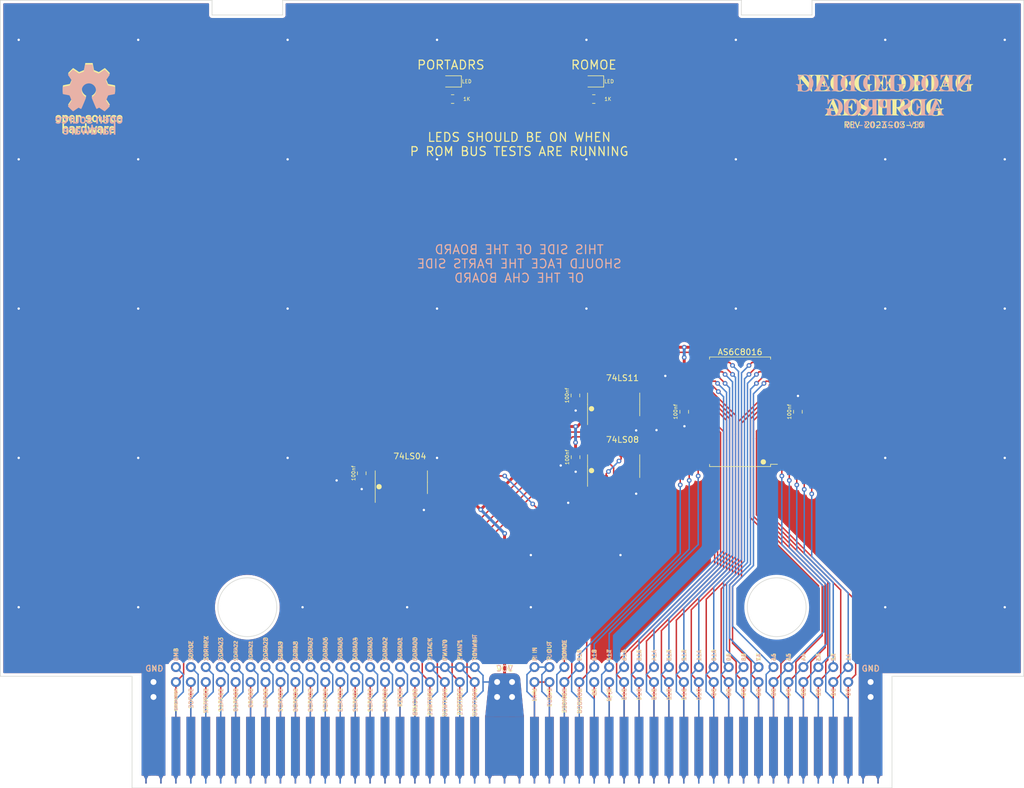
<source format=kicad_pcb>
(kicad_pcb (version 20211014) (generator pcbnew)
  (title_block (title "NeoGeo Diag AES Prog") (date "${REV}") (rev "${REV}"))
  (layers (0 "F.Cu" signal) (31 "B.Cu" signal) (34 "B.Paste" user) (35 "F.Paste" user) (36 "B.SilkS" user "B.Silkscreen") (37 "F.SilkS" user "F.Silkscreen") (38 "B.Mask" user) (39 "F.Mask" user) (44 "Edge.Cuts" user))
  (property "REV" "2023-03-10")
  (net 0 "")
  (net 1 "GND")
  (net 2 "VCC")
  (net 3 "D0")
  (net 4 "D1")
  (net 5 "D2")
  (net 6 "D3")
  (net 7 "D4")
  (net 8 "D5")
  (net 9 "D6")
  (net 10 "D7")
  (net 11 "D8")
  (net 12 "D9")
  (net 13 "D10")
  (net 14 "D11")
  (net 15 "D12")
  (net 16 "D13")
  (net 17 "D14")
  (net 18 "D15")
  (net 19 "R{slash}W")
  (net 20 "AS")
  (net 21 "ROMOEU")
  (net 22 "ROMOEL")
  (net 23 "L_AUDIO")
  (net 24 "PORTOEU")
  (net 25 "PORTOEL")
  (net 26 "PORTWEU")
  (net 27 "PORTWEL")
  (net 28 "68KCLKB")
  (net 29 "RESET")
  (net 30 "SDPAD0")
  (net 31 "SDPAD1")
  (net 32 "SDPAD2")
  (net 33 "SDPAD3")
  (net 34 "SDPAD4")
  (net 35 "SDPAD5")
  (net 36 "SDPAD6")
  (net 37 "SDPAD7")
  (net 38 "SDPA8")
  (net 39 "SDPA9")
  (net 40 "SDPA10")
  (net 41 "SDPA11")
  (net 42 "SDPMPX")
  (net 43 "SDPOE")
  (net 44 "PORTADRS")
  (net 45 "A1")
  (net 46 "A2")
  (net 47 "A3")
  (net 48 "A4")
  (net 49 "A5")
  (net 50 "A6")
  (net 51 "A7")
  (net 52 "A8")
  (net 53 "A9")
  (net 54 "A10")
  (net 55 "A11")
  (net 56 "A12")
  (net 57 "A13")
  (net 58 "A14")
  (net 59 "A15")
  (net 60 "A16")
  (net 61 "A17")
  (net 62 "A18")
  (net 63 "A19")
  (net 64 "ROMOE")
  (net 65 "R_AUDIO")
  (net 66 "SDRAD0")
  (net 67 "SDRAD1")
  (net 68 "SDRAD2")
  (net 69 "SDRAD3")
  (net 70 "SDRAD4")
  (net 71 "SDRAD5")
  (net 72 "SDRAD6")
  (net 73 "SDRAD7")
  (net 74 "SDRA8")
  (net 75 "SDRA9")
  (net 76 "SDRA20")
  (net 77 "SDRA21")
  (net 78 "SDRA22")
  (net 79 "SDRA23")
  (net 80 "SDRMPX")
  (net 81 "SDROE")
  (net 82 "4MB")
  (net 83 "Net-(D1-Pad2)")
  (net 84 "Net-(D2-Pad2)")
  (net 85 "/!ROMOE")
  (net 86 "/!PORTADRS")
  (net 87 "WE")
  (net 88 "LB")
  (net 89 "UB")
  (net 90 "OE")
  (net 91 "/PORTOE")
  (net 92 "/ROMOE-A")
  (footprint "neogeo-diag:neogeo-diag-aes-prog-logo" (layer "F.Cu") (at 203.2 39.878)
    (fp_text reference "G***" hide)
    (fp_text value "LOGO" hide)
  )
  (footprint "neogeo-diag:neogeo-aes-prog-edge-test-points" (layer "F.Cu") (at 201.985 137.18 -90)
    (fp_text reference "J4" hide)
    (fp_text value "neogeo-aes-prog-b-side-edge" hide)
  )
  (footprint "Capacitor_SMD:C_0805_2012Metric" (layer "F.Cu") (at 150.527 90.975 -90)
    (fp_text reference "C4" hide)
    (fp_text value "100nf")
  )
  (footprint "LED_SMD:LED_0805_2012Metric" (layer "F.Cu") (at 129.45 37.55 180)
    (fp_text reference "D2" hide)
    (fp_text value "LED")
  )
  (footprint "Package_SO:TSOP-II-44_10.16x18.41mm_P0.8mm" (layer "F.Cu") (at 178.527 93.75 180)
    (fp_text reference "U1" hide)
    (fp_text value "AS6C8016")
  )
  (footprint "Capacitor_SMD:C_0805_2012Metric" (layer "F.Cu") (at 114.1972 104.2108 -90)
    (fp_text reference "C5" hide)
    (fp_text value "100nf")
  )
  (footprint "Package_SO:SO-14_3.9x8.65mm_P1.27mm" (layer "F.Cu") (at 157.027 92.5 90)
    (fp_text reference "U3" hide)
    (fp_text value "74LS11")
  )
  (footprint "neogeo-diag:neogeo-aes-prog-a-side-edge" (layer "F.Cu") (at 141.02 150.65)
    (fp_text reference "J1" hide)
    (fp_text value "neogeo-aes-prog-a-side-edge" hide)
  )
  (footprint "Capacitor_SMD:C_0805_2012Metric" (layer "F.Cu") (at 169.027 93.75 90)
    (fp_text reference "C1" hide)
    (fp_text value "100nf")
  )
  (footprint "neogeo-diag:neogeo-aes-prog-edge-test-points" (layer "F.Cu") (at 201.985 139.73 -90)
    (fp_text reference "J2" hide)
    (fp_text value "neogeo-aes-prog-a-side-edge" hide)
  )
  (footprint "Symbol:OSHW-Logo_11.4x12mm_SilkScreen" (layer "F.Cu") (at 67.818 40.386)
    (fp_text reference "REF**" hide)
    (fp_text value "OSHW-Logo_11.4x12mm_SilkScreen" hide)
  )
  (footprint "Package_SO:SO-14_3.9x8.65mm_P1.27mm" (layer "F.Cu") (at 157.027 103 90)
    (fp_text reference "U2" hide)
    (fp_text value "74LS08")
  )
  (footprint "Capacitor_SMD:C_0805_2012Metric" (layer "F.Cu") (at 188.352 93.75 90)
    (fp_text reference "C2" hide)
    (fp_text value "100nf")
  )
  (footprint "LED_SMD:LED_0805_2012Metric" (layer "F.Cu") (at 153.65 37.55 180)
    (fp_text reference "D1" hide)
    (fp_text value "LED")
  )
  (footprint "Capacitor_SMD:C_0805_2012Metric" (layer "F.Cu") (at 150.552 101.475 -90)
    (fp_text reference "C3" hide)
    (fp_text value "100nf")
  )
  (footprint "Resistor_SMD:R_0805_2012Metric" (layer "F.Cu") (at 129.65 40.55 180)
    (fp_text reference "R2" hide)
    (fp_text value "1K")
  )
  (footprint "Resistor_SMD:R_0805_2012Metric" (layer "F.Cu") (at 153.65 40.55 180)
    (fp_text reference "R1" hide)
    (fp_text value "1K")
  )
  (footprint "Package_SO:SO-14_3.9x8.65mm_P1.27mm" (layer "F.Cu") (at 120.9282 105.7348 90)
    (fp_text reference "U4" hide)
    (fp_text value "74LS04")
  )
  (footprint "neogeo-diag:neogeo-aes-prog-b-side-edge" (layer "B.Cu") (at 141.02 150.65 180)
    (fp_text reference "J3" hide)
    (fp_text value "neogeo-aes-prog-b-side-edge" hide)
  )
  (footprint "neogeo-diag:neogeo-diag-aes-prog-logo" (layer "B.Cu") (at 202.946 39.878 180)
    (fp_text reference "G***" hide)
    (fp_text value "LOGO" hide)
  )
  (footprint "Symbol:OSHW-Logo_11.4x12mm_SilkScreen" (layer "B.Cu") (at 67.818 40.64 180)
    (fp_text reference "REF**" hide)
    (fp_text value "OSHW-Logo_11.4x12mm_SilkScreen" hide)
  )
  (gr_circle (center 153.2624 93.238) (end 153.637427 93.238) (layer "F.SilkS") (width 0.15) (fill solid))
  (gr_circle (center 153.2624 103.7536) (end 153.637427 103.7536) (layer "F.SilkS") (width 0.15) (fill solid))
  (gr_circle (center 182.4724 102.2804) (end 182.847427 102.2804) (layer "F.SilkS") (width 0.15) (fill solid))
  (gr_circle (center 117.1436 106.4968) (end 117.518627 106.4968) (layer "F.SilkS") (width 0.15) (fill solid))
  (gr_line (start 190.75 23.75) (end 190.75 26.25) (layer "Edge.Cuts") (width 0.1))
  (gr_circle (center 94.75 127) (end 99.75 127) (layer "Edge.Cuts") (width 0.1) (fill none))
  (gr_line (start 178.75 26.25) (end 178.75 23.75) (layer "Edge.Cuts") (width 0.1))
  (gr_line (start 100.75 26.25) (end 100.75 23.75) (layer "Edge.Cuts") (width 0.1))
  (gr_line (start 204.35 157.75) (end 204.35 138.75) (layer "Edge.Cuts") (width 0.1))
  (gr_line (start 204.35 138.75) (end 226.75 138.75) (layer "Edge.Cuts") (width 0.1))
  (gr_circle (center 184.75 127) (end 189.75 127) (layer "Edge.Cuts") (width 0.1) (fill none))
  (gr_line (start 100.75 23.75) (end 178.75 23.75) (layer "Edge.Cuts") (width 0.1))
  (gr_line (start 226.75 138.75) (end 226.75 23.75) (layer "Edge.Cuts") (width 0.1))
  (gr_line (start 75.15 138.75) (end 52.75 138.75) (layer "Edge.Cuts") (width 0.1))
  (gr_line (start 190.75 26.25) (end 178.75 26.25) (layer "Edge.Cuts") (width 0.1))
  (gr_line (start 226.75 23.75) (end 190.75 23.75) (layer "Edge.Cuts") (width 0.1))
  (gr_line (start 52.75 138.75) (end 52.75 23.75) (layer "Edge.Cuts") (width 0.1))
  (gr_line (start 75.15 157.75) (end 75.15 138.75) (layer "Edge.Cuts") (width 0.1))
  (gr_line (start 75.15 157.75) (end 204.35 157.75) (layer "Edge.Cuts") (width 0.1))
  (gr_line (start 88.75 23.75) (end 88.75 26.25) (layer "Edge.Cuts") (width 0.1))
  (gr_line (start 88.75 26.25) (end 100.75 26.25) (layer "Edge.Cuts") (width 0.1))
  (gr_line (start 52.75 23.75) (end 88.75 23.75) (layer "Edge.Cuts") (width 0.1))
  (gr_text "D13" (at 163.9304 142.875866 90) (layer "B.SilkS") (effects (font (size 0.7 0.7) (thickness 0.12)) (justify right mirror)))
  (gr_text "4MB" (at 82.6504 133.9432 90) (layer "B.SilkS") (effects (font (size 0.7 0.7) (thickness 0.12)) (justify left mirror)))
  (gr_text "D3" (at 189.3304 142.2092 90) (layer "B.SilkS") (effects (font (size 0.7 0.7) (thickness 0.12)) (justify right mirror)))
  (gr_text "D0" (at 196.9504 142.2092 90) (layer "B.SilkS") (effects (font (size 0.7 0.7) (thickness 0.12)) (justify right mirror)))
  (gr_text "PDTACK" (at 125.8304 132.176534 90) (layer "B.SilkS") (effects (font (size 0.7 0.7) (thickness 0.12)) (justify left mirror)))
  (gr_text "SDRA8" (at 102.9704 132.776534 90) (layer "B.SilkS") (effects (font (size 0.7 0.7) (thickness 0.12)) (justify left mirror)))
  (gr_text "GND" (at 78.942 137.434) (layer "B.SilkS") (effects (font (size 1 1)) (justify mirror)))
  (gr_text "PORTOEL" (at 130.9104 145.442533 90) (layer "B.SilkS") (effects (font (size 0.8 0.7) (thickness 0.12)) (justify right mirror)))
  (gr_text "AS" (at 153.7704 142.1092 90) (layer "B.SilkS") (effects (font (size 0.7 0.7) (thickness 0.12)) (justify right mirror)))
  (gr_text "GND" (at 200.7096 137.434) (layer "B.SilkS") (effects (font (size 1 1)) (justify mirror)))
  (gr_text "A14" (at 163.9304 134.176534 90) (layer "B.SilkS") (effects (font (size 0.7 0.7) (thickness 0.12)) (justify left mirror)))
  (gr_text "PWAIT0" (at 128.3704 132.476534 90) (layer "B.SilkS") (effects (font (size 0.7 0.7) (thickness 0.12)) (justify left mirror)))
  (gr_text "SDRAD3" (at 115.6704 132.076534 90) (layer "B.SilkS") (effects (font (size 0.7 0.7) (thickness 0.12)) (justify left mirror)))
  (gr_text "PORTOEU" (at 133.4504 145.6092 90) (layer "B.SilkS") (effects (font (size 0.7 0.7) (thickness 0.12)) (justify right mirror)))
  (gr_text "D6" (at 181.7104 142.2092 90) (layer "B.SilkS") (effects (font (size 0.7 0.7) (thickness 0.12)) (justify right mirror)))
  (gr_text "R OUT" (at 146.125 132.876534 90) (layer "B.SilkS") (effects (font (size 0.7 0.7) (thickness 0.12)) (justify left mirror)))
  (gr_text "SDRAD6" (at 108.0504 132.076534 90) (layer "B.SilkS") (effects (font (size 0.7 0.7) (thickness 0.12)) (justify left mirror)))
  (gr_text "ROMOE" (at 148.6904 132.509867 90) (layer "B.SilkS") (effects (font (size 0.7 0.7) (thickness 0.12)) (justify left mirror)))
  (gr_text "SDPOE" (at 85.1904 144.275866 90) (layer "B.SilkS") (effects (font (size 0.7 0.7) (thickness 0.12)) (justify right mirror)))
  (gr_text "SDPAD3" (at 110.5904 144.875866 90) (layer "B.SilkS") (effects (font (size 0.7 0.7) (thickness 0.12)) (justify right mirror)))
  (gr_text "SDPAD4" (at 108.0504 144.875866 90) (layer "B.SilkS") (effects (font (size 0.7 0.7) (thickness 0.12)) (justify right mirror)))
  (gr_text "68KCLKB" (at 123.2904 145.542 90) (layer "B.SilkS") (effects (font (size 0.7 0.7) (thickness 0.12)) (justify right mirror)))
  (gr_text "SDRAD5" (at 110.5904 132.076534 90) (layer "B.SilkS") (effects (font (size 0.7 0.7) (thickness 0.12)) (justify left mirror)))
  (gr_text "SDPAD5" (at 105.5104 144.875866 90) (layer "B.SilkS") (effects (font (size 0.7 0.7) (thickness 0.12)) (justify right mirror)))
  (gr_text "A12" (at 169.0104 134.176534 90) (layer "B.SilkS") (effects (font (size 0.7 0.7) (thickness 0.12)) (justify left mirror)))
  (gr_text "SDPAD0" (at 118.2104 144.875866 90) (layer "B.SilkS") (effects (font (size 0.7 0.7) (thickness 0.12)) (justify right mirror)))
  (gr_text "A8" (at 179.1704 134.8432 90) (layer "B.SilkS") (effects (font (size 0.7 0.7) (thickness 0.12)) (justify left mirror)))
  (gr_text "D15" (at 158.8504 142.875866 90) (layer "B.SilkS") (effects (font (size 0.7 0.7) (thickness 0.12)) (justify right mirror)))
  (gr_text "D4" (at 186.7904 142.2092 90) (layer "B.SilkS") (effects (font (size 0.7 0.7) (thickness 0.12)) (justify right mirror)))
  (gr_text "THIS SIDE OF THE BOARD\nSHOULD FACE THE PARTS SIDE\nOF THE CHA BOARD" (at 140.97 68.58) (layer "B.SilkS") (effects (font (size 1.5 1.5) (thickness 0.2)) (justify mirror)))
  (gr_text "SDPA11" (at 90.2704 144.842533 90) (layer "B.SilkS") (effects (font (size 0.7 0.7) (thickness 0.12)) (justify right mirror)))
  (gr_text "SDRA20" (at 97.8904 132.109867 90) (layer "B.SilkS") (effects (font (size 0.7 0.7) (thickness 0.12)) (justify left mirror)))
  (gr_text "SDPA8" (at 97.8904 144.175866 90) (layer "B.SilkS") (effects (font (size 0.7 0.7) (thickness 0.12)) (justify right mirror)))
  (gr_text "D12" (at 166.4704 142.875866 90) (layer "B.SilkS") (effects (font (size 0.7 0.7) (thickness 0.12)) (justify right mirror)))
  (gr_text "A1" (at 196.9504 134.8432 90) (layer "B.SilkS") (effects (font (size 0.7 0.7) (thickness 0.12)) (justify left mirror)))
  (gr_text "SDPA10" (at 92.8104 144.842533 90) (layer "B.SilkS") (effects (font (size 0.7 0.7) (thickness 0.12)) (justify right mirror)))
  (gr_text "A16" (at 158.8504 134.176534 90) (layer "B.SilkS") (effects (font (size 0.7 0.7) (thickness 0.12)) (justify left mirror)))
  (gr_text "A9" (at 176.6304 134.8432 90) (layer "B.SilkS") (effects (font (size 0.7 0.7) (thickness 0.12)) (justify left mirror)))
  (gr_text "SDRAD7" (at 105.5104 132.076534 90) (layer "B.SilkS") (effects (font (size 0.7 0.7) (thickness 0.12)) (justify left mirror)))
  (gr_text "A5" (at 186.7904 134.8432 90) (layer "B.SilkS") (effects (font (size 0.7 0.7) (thickness 0.12)) (justify left mirror)))
  (gr_text "A17" (at 156.3104 134.176534 90) (layer "B.SilkS") (effects (font (size 0.7 0.7) (thickness 0.12)) (justify left mirror)))
  (gr_text "D8" (at 176.6304 142.2092 90) (layer "B.SilkS") (effects (font (size 0.7 0.7) (thickness 0.12)) (justify right mirror)))
  (gr_text "PORTWEU" (at 128.3704 145.675866 90) (layer "B.SilkS") (effects (font (size 0.7 0.7) (thickness 0.12)) (justify right mirror)))
  (gr_text "A11" (at 171.5504 134.176534 90) (layer "B.SilkS") (effects (font (size 0.7 0.7) (thickness 0.12)) (justify left mirror)))
  (gr_text "SDRMPX" (at 87.7812 131.876534 90) (layer "B.SilkS") (effects (font (size 0.7 0.7) (thickness 0.12)) (justify left mirror)))
  (gr_text "L OUT" (at 146.1504 143.942533 90) (layer "B.SilkS") (effects (font (size 0.7 0.7) (thickness 0.12)) (justify right mirror)))
  (gr_text "D14" (at 161.3904 142.875866 90) (layer "B.SilkS") (effects (font (size 0.7 0.7) (thickness 0.12)) (justify right mirror)))
  (gr_text "ROMOEU" (at 151.2804 145.175866 90) (layer "B.SilkS") (effects (font (size 0.7 0.7) (thickness 0.12)) (justify right mirror)))
  (gr_text "PORTWEL" (at 125.8304 145.5092 90) (layer "B.SilkS") (effects (font (size 0.7 0.7) (thickness 0.12)) (justify right mirror)))
  (gr_text "D1" (at 194.4104 142.2092 90) (layer "B.SilkS") (effects (font (size 0.7 0.7) (thickness 0.12)) (justify right mirror)))
  (gr_text "A13" (at 166.4704 134.176534 90) (layer "B.SilkS") (effects (font (size 0.7 0.7) (thickness 0.12)) (justify left mirror)))
  (gr_text "SDROE" (at 85.1904 132.676534 90) (layer "B.SilkS") (effects (font (size 0.7 0.7) (thickness 0.12)) (justify left mirror)))
  (gr_text "REV ${REV}" (at 203.2 44.958) (layer "B.SilkS") (effects (font (size 1 1)) (justify mirror)))
  (gr_text "D9" (at 174.0904 142.2092 90) (layer "B.SilkS") (effects (font (size 0.7 0.7) (thickness 0.12)) (justify right mirror)))
  (gr_text "ROMWAIT" (at 133.4504 131.609867 90) (layer "B.SilkS") (effects (font (size 0.7 0.7) (thickness 0.12)) (justify left mirror)))
  (gr_text "SDRA21" (at 95.3504 132.701296 90) (layer "B.SilkS") (effects (font (size 0.6 0.6) (thickness 0.1)) (justify left mirror)))
  (gr_text "A10" (at 174.0904 134.176534 90) (layer "B.SilkS") (effects (font (size 0.7 0.7) (thickness 0.12)) (justify left mirror)))
  (gr_text "A3" (at 191.8704 134.8432 90) (layer "B.SilkS") (effects (font (size 0.7 0.7) (thickness 0.12)) (justify left mirror)))
  (gr_text "SDPAD1" (at 115.6704 144.875866 90) (layer "B.SilkS") (effects (font (size 0.7 0.7) (thickness 0.12)) (justify right mirror)))
  (gr_text "SDRAD1" (at 120.7504 132.076534 90) (layer "B.SilkS") (effects (font (size 0.7 0.7) (thickness 0.12)) (justify left mirror)))
  (gr_text "RESET" (at 120.7504 144.0092 90) (layer "B.SilkS") (effects (font (size 0.7 0.7) (thickness 0.12)) (justify right mirror)))
  (gr_text "A7" (at 181.7104 134.8432 90) (layer "B.SilkS") (effects (font (size 0.7 0.7) (thickness 0.12)) (justify left mirror)))
  (gr_text "D10" (at 171.5504 142.875866 90) (layer "B.SilkS") (effects (font (size 0.7 0.7) (thickness 0.12)) (justify right mirror)))
  (gr_text "A19" (at 151.2304 134.176534 90) (layer "B.SilkS") (effects (font (size 0.7 0.7) (thickness 0.12)) (justify left mirror)))
  (gr_text "D7" (at 179.1704 142.2092 90) (layer "B.SilkS") (effects (font (size 0.7 0.7) (thickness 0.12)) (justify right mirror)))
  (gr_text "A15" (at 161.3904 134.176534 90) (layer "B.SilkS") (effects (font (size 0.7 0.7) (thickness 0.12)) (justify left mirror)))
  (gr_text "A4" (at 189.3304 134.8432 90) (layer "B.SilkS") (effects (font (size 0.7 0.7) (thickness 0.12)) (justify left mirror)))
  (gr_text "L IN" (at 143.585 143.0092 90) (layer "B.SilkS") (effects (font (size 0.7 0.7) (thickness 0.12)) (justify right mirror)))
  (gr_text "PWAIT1" (at 130.9104 132.476534 90) (layer "B.SilkS") (effects (font (size 0.7 0.7) (thickness 0.12)) (justify left mirror)))
  (gr_text "PORTADRS" (at 82.6504 144.632057 90) (layer "B.SilkS") (effects (font (size 0.5 0.5) (thickness 0.1)) (justify right mirror)))
  (gr_text "VCC" (at 138.4796 137.434) (layer "B.SilkS") (effects (font (size 1 1)) (justify mirror)))
  (gr_text "D2" (at 191.8704 142.2092 90) (layer "B.SilkS") (effects (font (size 0.7 0.7) (thickness 0.12)) (justify right mirror)))
  (gr_text "SDRAD0" (at 123.2904 132.076534 90) (layer "B.SilkS") (effects (font (size 0.7 0.7) (thickness 0.12)) (justify left mirror)))
  (gr_text "SDPA9" (at 95.3504 144.175866 90) (layer "B.SilkS") (effects (font (size 0.7 0.7) (thickness 0.12)) (justify right mirror)))
  (gr_text "D11" (at 169.0104 142.875866 90) (layer "B.SilkS") (effects (font (size 0.7 0.7) (thickness 0.12)) (justify right mirror)))
  (gr_text "A6" (at 184.2504 134.8432 90) (layer "B.SilkS") (effects (font (size 0.7 0.7) (thickness 0.12)) (justify left mirror)))
  (gr_text "SDPAD6" (at 102.9704 144.875866 90) (layer "B.SilkS") (effects (font (size 0.7 0.7) (thickness 0.12)) (justify right mirror)))
  (gr_text "SDRA23" (at 90.2704 132.109867 90) (layer "B.SilkS") (effects (font (size 0.7 0.7) (thickness 0.12)) (justify left mirror)))
  (gr_text "SDPAD7" (at 100.4304 144.875866 90) (layer "B.SilkS") (effects (font (size 0.7 0.7) (thickness 0.12)) (justify right mirror)))
  (gr_text "R IN" (at 143.6358 133.809867 90) (layer "B.SilkS") (effects (font (size 0.7 0.7) (thickness 0.12)) (justify left mirror)))
  (gr_text "A2" (at 194.4104 134.8432 90) (layer "B.SilkS") (effects (font (size 0.7 0.7) (thickness 0.12)) (justify left mirror)))
  (gr_text "A18" (at 153.7704 134.176534 90) (layer "B.SilkS") (effects (font (size 0.7 0.7) (thickness 0.12)) (justify left mirror)))
  (gr_text "ROMOEL" (at 148.6904 145.0092 90) (layer "B.SilkS") (effects (font (size 0.7 0.7) (thickness 0.12)) (justify right mirror)))
  (gr_text "R/W" (at 156.3104 143.075866 90) (layer "B.SilkS") (effects (font (size 0.7 0.7) (thickness 0.12)) (justify right mirror)))
  (gr_text "SDRA22" (at 92.8104 132.701296 90) (layer "B.SilkS") (effects (font (size 0.6 0.6) (thickness 0.1)) (justify left mirror)))
  (gr_text "SDRA9" (at 100.4304 132.776534 90) (layer "B.SilkS") (effects (font (size 0.7 0.7) (thickness 0.12)) (justify left mirror)))
  (gr_text "D5" (at 184.2504 142.2092 90) (layer "B.SilkS") (effects (font (size 0.7 0.7) (thickness 0.12)) (justify right mirror)))
  (gr_text "SDRAD2" (at 118.2104 132.076534 90) (layer "B.SilkS") (effects (font (size 0.7 0.7) (thickness 0.12)) (justify left mirror)))
  (gr_text "SDPAD2" (at 113.1304 144.875866 90) (layer "B.SilkS") (effects (font (size 0.7 0.7) (thickness 0.12)) (justify right mirror)))
  (gr_text "SDRAD4" (at 113.1304 132.076534 90) (layer "B.SilkS") (effects (font (size 0.7 0.7) (thickness 0.12)) (justify left mirror)))
  (gr_text "SDPMPX" (at 87.7304 145.075866 90) (layer "B.SilkS") (effects (font (size 0.7 0.7) (thickness 0.12)) (justify right mirror)))
  (gr_text "ROMOEL" (at 148.665 140.736 90) (layer "F.SilkS") (effects (font (size 0.7 0.7) (thickness 0.12)) (justify right)))
  (gr_text "SDRAD3" (at 115.645 136.164 90) (layer "F.SilkS") (effects (font (size 0.7 0.7) (thickness 0.12)) (justify left)))
  (gr_text "SDPA10" (at 92.785 140.736 90) (layer "F.SilkS") (effects (font (size 0.7 0.7) (thickness 0.12)) (justify right)))
  (gr_text "D3" (at 189.305 140.736 90) (layer "F.SilkS") (effects (font (size 0.7 0.7) (thickness 0.12)) (justify right)))
  (gr_text "A8" (at 179.145 136.164 90) (layer "F.SilkS") (effects (font (size 0.7 0.7) (thickness 0.12)) (justify left)))
  (gr_text "SDPAD1" (at 115.645 140.736 90) (layer "F.SilkS") (effects (font (size 0.7 0.7) (thickness 0.12)) (justify right)))
  (gr_text "A18" (at 153.745 136.164 90) (layer "F.SilkS") (effects (font (size 0.7 0.7) (thickness 0.12)) (justify left)))
  (gr_text "SDRAD7" (at 105.485 136.164 90) (layer "F.SilkS") (effects (font (size 0.7 0.7) (thickness 0.12)) (justify left)))
  (gr_text "PORTOEL" (at 130.885 140.736 90) (layer "F.SilkS") (effects (font (size 0.8 0.7) (thickness 0.12)) (justify right)))
  (gr_text "A19" (at 151.205 136.164 90) (layer "F.SilkS") (effects (font (size 0.7 0.7) (thickness 0.12)) (justify left)))
  (gr_text "PORTWEL" (at 125.805 140.736 90) (layer "F.SilkS") (effects (font (size 0.7 0.7) (thickness 0.12)) (justify right)))
  (gr_text "PORTADRS" (at 123.5 34.75) (layer "F.SilkS") (effects (font (size 1.5 1.5) (thickness 0.2)) (justify left)))
  (gr_text "SDPA8" (at 97.865 140.736 90) (layer "F.SilkS") (effects (font (size 0.7 0.7) (thickness 0.12)) (justify right)))
  (gr_text "PWAIT0" (at 128.345 136.164 90) (layer "F.SilkS") (effects (font (size 0.7 0.7) (thickness 0.12)) (justify left)))
  (gr_text "SDPMPX" (at 87.705 140.736 90) (layer "F.SilkS") (effects (font (size 0.7 0.7) (thickness 0.12)) (justify right)))
  (gr_text "A15" (at 161.365 136.164 90) (layer "F.SilkS") (effects (font (size 0.7 0.7) (thickness 0.12)) (justify left)))
  (gr_text "SDRA8" (at 102.945 136.164 90) (layer "F.SilkS") (effects (font (size 0.7 0.7) (thickness 0.12)) (justify left)))
  (gr_text "A16" (at 158.825 136.164 90) (layer "F.SilkS") (effects (font (size 0.7 0.7) (thickness 0.12)) (justify left)))
  (gr_text "R/W" (at 156.285 140.736 90) (layer "F.SilkS") (effects (font (size 0.7 0.7) (thickness 0.12)) (justify right)))
  (gr_text "A7" (at 181.685 136.164 90) (layer "F.SilkS") (effects (font (size 0.7 0.7) (thickness 0.12)) (justify left)))
  (gr_text "SDPAD7" (at 100.405 140.736 90) (layer "F.SilkS") (effects (font (size 0.7 0.7) (thickness 0.12)) (justify right)))
  (gr_text "VCC" (at 138.505 137.434) (layer "F.SilkS") (effects (font (size 1 1))))
  (gr_text "GND" (at 200.735 137.434) (layer "F.SilkS") (effects (font (size 1 1))))
  (gr_text "SDRAD1" (at 120.725 136.164 90) (layer "F.SilkS") (effects (font (size 0.7 0.7) (thickness 0.12)) (justify left)))
  (gr_text "A10" (at 174.065 136.164 90) (layer "F.SilkS") (effects (font (size 0.7 0.7) (thickness 0.12)) (justify left)))
  (gr_text "PWAIT1" (at 130.885 136.164 90) (layer "F.SilkS") (effects (font (size 0.7 0.7) (thickness 0.12)) (justify left)))
  (gr_text "PORTADRS" (at 82.625 140.863 90) (layer "F.SilkS") (effects (font (size 0.5 0.5) (thickness 0.1)) (justify right)))
  (gr_text "SDPAD4" (at 108.025 140.736 90) (layer "F.SilkS") (effects (font (size 0.7 0.7) (thickness 0.12)) (justify right)))
  (gr_text "SDPOE" (at 85.165 140.736 90) (layer "F.SilkS") (effects (font (size 0.7 0.7) (thickness 0.12)) (justify right)))
  (gr_text "D10" (at 171.525 140.736 90) (layer "F.SilkS") (effects (font (size 0.7 0.7) (thickness 0.12)) (justify right)))
  (gr_text "A17" (at 156.285 136.164 90) (layer "F.SilkS") (effects (font (size 0.7 0.7) (thickness 0.12)) (justify left)))
  (gr_text "D5" (at 184.225 140.736 90) (layer "F.SilkS") (effects (font (size 0.7 0.7) (thickness 0.12)) (justify right)))
  (gr_text "SDRAD6" (at 108.025 136.164 90) (layer "F.SilkS") (effects (font (size 0.7 0.7) (thickness 0.12)) (justify left)))
  (gr_text "SDPAD3" (at 110.565 140.736 90) (layer "F.SilkS") (effects (font (size 0.7 0.7) (thickness 0.12)) (justify right)))
  (gr_text "SDPAD2" (at 113.105 140.736 90) (layer "F.SilkS") (effects (font (size 0.7 0.7) (thickness 0.12)) (justify right)))
  (gr_text "D8" (at 176.605 140.736 90) (layer "F.SilkS") (effects (font (size 0.7 0.7) (thickness 0.12)) (justify right)))
  (gr_text "SDPA9" (at 95.325 140.736 90) (layer "F.SilkS") (effects (font (size 0.7 0.7) (thickness 0.12)) (justify right)))
  (gr_text "SDROE" (at 85.165 136.164 90) (layer "F.SilkS") (effects (font (size 0.7 0.7) (thickness 0.12)) (justify left)))
  (gr_text "R IN" (at 143.6104 136.164 90) (layer "F.SilkS") (effects (font (size 0.7 0.7) (thickness 0.12)) (justify left)))
  (gr_text "D0" (at 196.925 140.736 90) (layer "F.SilkS") (effects (font (size 0.7 0.7) (thickness 0.12)) (justify right)))
  (gr_text "A2" (at 194.385 136.164 90) (layer "F.SilkS") (effects (font (size 0.7 0.7) (thickness 0.12)) (justify left)))
  (gr_text "A1" (at 196.925 136.164 90) (layer "F.SilkS") (effects (font (size 0.7 0.7) (thickness 0.12)) (justify left)))
  (gr_text "D11" (at 168.985 140.736 90) (layer "F.SilkS") (effects (font (size 0.7 0.7) (thickness 0.12)) (justify right)))
  (gr_text "SDRAD2" (at 118.185 136.164 90) (layer "F.SilkS") (effects (font (size 0.7 0.7) (thickness 0.12)) (justify left)))
  (gr_text "SDPAD6" (at 102.945 140.736 90) (layer "F.SilkS") (effects (font (size 0.7 0.7) (thickness 0.12)) (justify right)))
  (gr_text "SDRMPX" (at 87.7558 136.164 90) (layer "F.SilkS") (effects (font (size 0.7 0.7) (thickness 0.12)) (justify left)))
  (gr_text "D14" (at 161.365 140.736 90) (layer "F.SilkS") (effects (font (size 0.7 0.7) (thickness 0.12)) (justify right)))
  (gr_text "REV ${REV}" (at 202.946 44.958) (layer "F.SilkS") (effects (font (size 1 1))))
  (gr_text "D2" (at 191.845 140.736 90) (layer "F.SilkS") (effects (font (size 0.7 0.7) (thickness 0.12)) (justify right)))
  (gr_text "SDRA23" (at 90.245 136.164 90) (layer "F.SilkS") (effects (font (size 0.7 0.7) (thickness 0.12)) (justify left)))
  (gr_text "SDRAD4" (at 113.105 136.164 90) (layer "F.SilkS") (effects (font (size 0.7 0.7) (thickness 0.12)) (justify left)))
  (gr_text "D9" (at 174.065 140.736 90) (layer "F.SilkS") (effects (font (size 0.7 0.7) (thickness 0.12)) (justify right)))
  (gr_text "SDRA21" (at 95.325 136.164 90) (layer "F.SilkS") (effects (font (size 0.6 0.6) (thickness 0.1)) (justify left)))
  (gr_text "GND" (at 78.942 137.434) (layer "F.SilkS") (effects (font (size 1 1))))
  (gr_text "D12" (at 166.445 140.736 90) (layer "F.SilkS") (effects (font (size 0.7 0.7) (thickness 0.12)) (justify right)))
  (gr_text "ROMWAIT" (at 133.425 136.164 90) (layer "F.SilkS") (effects (font (size 0.7 0.7) (thickness 0.12)) (justify left)))
  (gr_text "PDTACK" (at 125.805 136.164 90) (layer "F.SilkS") (effects (font (size 0.7 0.7) (thickness 0.12)) (justify left)))
  (gr_text "RESET" (at 120.725 140.736 90) (layer "F.SilkS") (effects (font (size 0.7 0.7) (thickness 0.12)) (justify right)))
  (gr_text "D13" (at 163.905 140.736 90) (layer "F.SilkS") (effects (font (size 0.7 0.7) (thickness 0.12)) (justify right)))
  (gr_text "D7" (at 179.145 140.736 90) (layer "F.SilkS") (effects (font (size 0.7 0.7) (thickness 0.12)) (justify right)))
  (gr_text "ROMOE" (at 149.662 34.75) (layer "F.SilkS") (effects (font (size 1.5 1.5) (thickness 0.2)) (justify left)))
  (gr_text "ROMOEU" (at 151.255 140.736 90) (layer "F.SilkS") (effects (font (size 0.7 0.7) (thickness 0.12)) (justify right)))
  (gr_text "A6" (at 184.225 136.164 90) (layer "F.SilkS") (effects (font (size 0.7 0.7) (thickness 0.12)) (justify left)))
  (gr_text "SDRA20" (at 97.865 136.164 90) (layer "F.SilkS") (effects (font (size 0.7 0.7) (thickness 0.12)) (justify left)))
  (gr_text "SDRAD5" (at 110.565 136.164 90) (layer "F.SilkS") (effects (font (size 0.7 0.7) (thickness 0.12)) (justify left)))
  (gr_text "LEDS SHOULD BE ON WHEN\nP ROM BUS TESTS ARE RUNNING" (at 140.97 48.26) (layer "F.SilkS") (effects (font (size 1.5 1.5) (thickness 0.2))))
  (gr_text "D6" (at 181.685 140.736 90) (layer "F.SilkS") (effects (font (size 0.7 0.7) (thickness 0.12)) (justify right)))
  (gr_text "L IN" (at 143.5596 140.7868 90) (layer "F.SilkS") (effects (font (size 0.7 0.7) (thickness 0.12)) (justify right)))
  (gr_text "D1" (at 194.385 140.736 90) (layer "F.SilkS") (effects (font (size 0.7 0.7) (thickness 0.12)) (justify right)))
  (gr_text "A3" (at 191.845 136.164 90) (layer "F.SilkS") (effects (font (size 0.7 0.7) (thickness 0.12)) (justify left)))
  (gr_text "ROMOE" (at 148.665 136.164 90) (layer "F.SilkS") (effects (font (size 0.7 0.7) (thickness 0.12)) (justify left)))
  (gr_text "L OUT" (at 146.125 140.7868 90) (layer "F.SilkS") (effects (font (size 0.7 0.7) (thickness 0.12)) (justify right)))
  (gr_text "A12" (at 168.985 136.164 90) (layer "F.SilkS") (effects (font (size 0.7 0.7) (thickness 0.12)) (justify left)))
  (gr_text "SDPA11" (at 90.245 140.736 90) (layer "F.SilkS") (effects (font (size 0.7 0.7) (thickness 0.12)) (justify right)))
  (gr_text "SDRA22" (at 92.785 136.164 90) (layer "F.SilkS") (effects (font (size 0.6 0.6) (thickness 0.1)) (justify left)))
  (gr_text "AS" (at 153.745 140.736 90) (layer "F.SilkS") (effects (font (size 0.7 0.7) (thickness 0.12)) (justify right)))
  (gr_text "A11" (at 171.525 136.164 90) (layer "F.SilkS") (effects (font (size 0.7 0.7) (thickness 0.12)) (justify left)))
  (gr_text "A5" (at 186.765 136.164 90) (layer "F.SilkS") (effects (font (size 0.7 0.7) (thickness 0.12)) (justify left)))
  (gr_text "PORTOEU" (at 133.425 140.736 90) (layer "F.SilkS") (effects (font (size 0.7 0.7) (thickness 0.12)) (justify right)))
  (gr_text "D4" (at 186.765 140.736 90) (layer "F.SilkS") (effects (font (size 0.7 0.7) (thickness 0.12)) (justify right)))
  (gr_text "PORTWEU" (at 128.345 140.736 90) (layer "F.SilkS") (effects (font (size 0.7 0.7) (thickness 0.12)) (justify right)))
  (gr_text "D15" (at 158.825 140.736 90) (layer "F.SilkS") (effects (font (size 0.7 0.7) (thickness 0.12)) (justify right)))
  (gr_text "A14" (at 163.905 136.164 90) (layer "F.SilkS") (effects (font (size 0.7 0.7) (thickness 0.12)) (justify left)))
  (gr_text "A4" (at 189.305 136.164 90) (layer "F.SilkS") (effects (font (size 0.7 0.7) (thickness 0.12)) (justify left)))
  (gr_text "SDRAD0" (at 123.265 136.164 90) (layer "F.SilkS") (effects (font (size 0.7 0.7) (thickness 0.12)) (justify left)))
  (gr_text "A13" (at 166.445 136.164 90) (layer "F.SilkS") (effects (font (size 0.7 0.7) (thickness 0.12)) (justify left)))
  (gr_text "4MB" (at 82.625 136.164 90) (layer "F.SilkS") (effects (font (size 0.7 0.7) (thickness 0.12)) (justify left)))
  (gr_text "A9" (at 176.605 136.164 90) (layer "F.SilkS") (effects (font (size 0.7 0.7) (thickness 0.12)) (justify left)))
  (gr_text "SDPAD5" (at 105.485 140.736 90) (layer "F.SilkS") (effects (font (size 0.7 0.7) (thickness 0.12)) (justify right)))
  (gr_text "68KCLKB" (at 123.265 140.736 90) (layer "F.SilkS") (effects (font (size 0.7 0.7) (thickness 0.12)) (justify right)))
  (gr_text "SDPAD0" (at 118.185 140.736 90) (layer "F.SilkS") (effects (font (size 0.7 0.7) (thickness 0.12)) (justify right)))
  (gr_text "R OUT" (at 146.0996 136.0624 90) (layer "F.SilkS") (effects (font (size 0.7 0.7) (thickness 0.12)) (justify left)))
  (gr_text "SDRA9" (at 100.405 136.164 90) (layer "F.SilkS") (effects (font (size 0.7 0.7) (thickness 0.12)) (justify left)))
  (segment (start 172.9395 94.15) (end 170.994 94.15) (width 0.5) (layer "F.Cu") (net 1))
  (segment (start 186.568 92.8) (end 188.352 92.8) (width 0.5) (layer "F.Cu") (net 1))
  (segment (start 186.018 93.35) (end 186.568 92.8) (width 0.5) (layer "F.Cu") (net 1))
  (segment (start 170.994 94.15) (end 170.444 94.7) (width 0.5) (layer "F.Cu") (net 1))
  (segment (start 184.1145 98.15) (end 185.79 98.15) (width 0.25) (layer "F.Cu") (net 1))
  (segment (start 170.444 94.7) (end 169.027 94.7) (width 0.5) (layer "F.Cu") (net 1))
  (segment (start 184.1145 93.35) (end 186.018 93.35) (width 0.5) (layer "F.Cu") (net 1))
  (via (at 127 30.48) (size 0.8) (drill 0.4) (layers "F.Cu" "B.Cu") (net 1))
  (via (at 160.857 96.921) (size 0.8) (drill 0.4) (layers "F.Cu" "B.Cu") (net 1))
  (via (at 169.0612 96.2098) (size 0.8) (drill 0.4) (layers "F.Cu" "B.Cu") (net 1))
  (via (at 124.7636 110.4592) (size 0.8) (drill 0.4) (layers "F.Cu" "B.Cu") (net 1))
  (via (at 104.14 127) (size 0.8) (drill 0.4) (layers "F.Cu" "B.Cu") (net 1))
  (via (at 203.2 50.8) (size 0.8) (drill 0.4) (layers "F.Cu" "B.Cu") (net 1))
  (via (at 76.2 101.6) (size 0.8) (drill 0.4) (layers "F.Cu" "B.Cu") (net 1))
  (via (at 150.57 103.9568) (size 0.8) (drill 0.4) (layers "F.Cu" "B.Cu") (net 1))
  (via (at 165.81 87.65) (size 0.8) (drill 0.4) (layers "F.Cu" "B.Cu") (net 1))
  (via (at 148.03 102.89) (size 0.8) (drill 0.4) (layers "F.Cu" "B.Cu") (net 1))
  (via (at 55.88 50.8) (size 0.8) (drill 0.4) (layers "F.Cu" "B.Cu") (net 1))
  (via (at 203.2 30.48) (size 0.8) (drill 0.4) (layers "F.Cu" "B.Cu") (net 1))
  (via (at 177.8 30.48) (size 0.8) (drill 0.4) (layers "F.Cu" "B.Cu") (net 1))
  (via (at 55.88 30.48) (size 0.8) (drill 0.4) (layers "F.Cu" "B.Cu") (net 1))
  (via (at 101.6 30.48) (size 0.8) (drill 0.4) (layers "F.Cu" "B.Cu") (net 1))
  (via (at 127 76.2) (size 0.8) (drill 0.4) (layers "F.Cu" "B.Cu") (net 1))
  (via (at 55.88 101.6) (size 0.8) (drill 0.4) (layers "F.Cu" "B.Cu") (net 1))
  (via (at 76.2 76.2) (size 0.8) (drill 0.4) (layers "F.Cu" "B.Cu") (net 1))
  (via (at 114.1972 106.9032) (size 0.8) (drill 0.4) (layers "F.Cu" "B.Cu") (net 1))
  (via (at 223.52 50.8) (size 0.8) (drill 0.4) (layers "F.Cu" "B.Cu") (net 1))
  (via (at 223.52 76.2) (size 0.8) (drill 0.4) (layers "F.Cu" "B.Cu") (net 1))
  (via (at 109.93 105.43) (size 0.8) (drill 0.4) (layers "F.Cu" "B.Cu") (net 1))
  (via (at 223.52 127) (size 0.8) (drill 0.4) (layers "F.Cu" "B.Cu") (net 1))
  (via (at 55.88 76.2) (size 0.8) (drill 0.4) (layers "F.Cu" "B.Cu") (net 1))
  (via (at 101.6 50.8) (size 0.8) (drill 0.4) (layers "F.Cu" "B.Cu") (net 1))
  (via (at 142.95 118.13) (size 0.8) (drill 0.4) (layers "F.Cu" "B.Cu") (net 1))
  (via (at 160.857 107.6906) (size 0.8) (drill 0.4) (layers "F.Cu" "B.Cu") (net 1))
  (via (at 223.52 101.6) (size 0.8) (drill 0.4) (layers "F.Cu" "B.Cu") (net 1))
  (via (at 152.4 50.8) (size 0.8) (drill 0.4) (layers "F.Cu" "B.Cu") (net 1))
  (via (at 177.8 50.8) (size 0.8) (drill 0.4) (layers "F.Cu" "B.Cu") (net 1))
  (via (at 101.6 76.2) (size 0.8) (drill 0.4) (layers "F.Cu" "B.Cu") (net 1))
  (via (at 152.4 30.48) (size 0.8) (drill 0.4) (layers "F.Cu" "B.Cu") (net 1))
  (via (at 55.88 127) (size 0.8) (drill 0.4) (layers "F.Cu" "B.Cu") (net 1))
  (via (at 223.52 30.48) (size 0.8) (drill 0.4) (layers "F.Cu" "B.Cu") (net 1))
  (via (at 76.2 127) (size 0.8) (drill 0.4) (layers "F.Cu" "B.Cu") (net 1))
  (via (at 203.2 101.6) (size 0.8) (drill 0.4) (layers "F.Cu" "B.Cu") (net 1))
  (via (at 76.2 50.8) (size 0.8) (drill 0.4) (layers "F.Cu" "B.Cu") (net 1))
  (via (at 149.3 109.24) (size 0.8) (drill 0.4) (layers "F.Cu" "B.Cu") (net 1))
  (via (at 188.3652 91.0536) (size 0.8) (drill 0.4) (layers "F.Cu" "B.Cu") (net 1))
  (via (at 177.8 76.2) (size 0.8) (drill 0.4) (layers "F.Cu" "B.Cu") (net 1))
  (via (at 127 50.8) (size 0.8) (drill 0.4) (layers "F.Cu" "B.Cu") (net 1))
  (via (at 203.2 76.2) (size 0.8) (drill 0.4) (layers "F.Cu" "B.Cu") (net 1))
  (via (at 164.3114 96.8702) (size 0.8) (drill 0.4) (layers "F.Cu" "B.Cu") (net 1))
  (via (at 101.6 101.6) (size 0.8) (drill 0.4) (layers "F.Cu" "B.Cu") (net 1))
  (via (at 158.19 118.13) (size 0.8) (drill 0.4) (layers "F.Cu" "B.Cu") (net 1))
  (via (at 152.4 76.2) (size 0.8) (drill 0.4) (layers "F.Cu" "B.Cu") (net 1))
  (via (at 142.95 127) (size 0.8) (drill 0.4) (layers "F.Cu" "B.Cu") (net 1))
  (via (at 150.57 93.5428) (size 0.8) (drill 0.4) (layers "F.Cu" "B.Cu") (net 1))
  (via (at 121.92 127) (size 0.8) (drill 0.4) (layers "F.Cu" "B.Cu") (net 1))
  (via (at 76.2 30.48) (size 0.8) (drill 0.4) (layers "F.Cu" "B.Cu") (net 1))
  (via (at 203.2 127) (size 0.8) (drill 0.4) (layers "F.Cu" "B.Cu") (net 1))
  (via (at 127 101.6) (size 0.8) (drill 0.4) (layers "F.Cu" "B.Cu") (net 1))
  (segment (start 150.552 96.2592) (end 150.8508 96.2592) (width 0.5) (layer "F.Cu") (net 2))
  (segment (start 169.027 84.5092) (end 169.027 92.8) (width 0.5) (layer "F.Cu") (net 2))
  (segment (start 184.1145 94.15) (end 186.026 94.15) (width 0.5) (layer "F.Cu") (net 2))
  (segment (start 160.476 82.7732) (end 169.027 82.7732) (width 0.5) (layer "F.Cu") (net 2))
  (segment (start 137.352 142.27) (end 137.362 142.26) (width 0.25) (layer "F.Cu") (net 2))
  (segment (start 172.9395 93.35) (end 171.002 93.35) (width 0.5) (layer "F.Cu") (net 2))
  (segment (start 134.4283 110.3957) (end 148.5648 96.2592) (width 0.5) (layer "F.Cu") (net 2))
  (segment (start 169.027 82.7732) (end 186.0792 82.7732) (width 0.5) (layer "F.Cu") (net 2))
  (segment (start 151.929 90.025) (end 153.217 90.025) (width 0.5) (layer "F.Cu") (net 2))
  (segment (start 151.929 95.181) (end 151.929 90.025) (width 0.5) (layer "F.Cu") (net 2))
  (segment (start 170.452 92.8) (end 169.027 92.8) (width 0.5) (layer "F.Cu") (net 2))
  (segment (start 118.25 105.75) (end 117.1182 104.6182) (width 0.5) (layer "F.Cu") (net 2))
  (segment (start 129.75 105.75) (end 118.25 105.75) (width 0.5) (layer "F.Cu") (net 2))
  (segment (start 154.487 88.7622) (end 160.476 82.7732) (width 0.5) (layer "F.Cu") (net 2))
  (segment (start 189.748 94.7) (end 188.352 94.7) (width 0.5) (layer "F.Cu") (net 2))
  (segment (start 153.217 100.525) (end 150.552 100.525) (width 0.5) (layer "F.Cu") (net 2))
  (segment (start 190.194 86.888) (end 190.194 94.254) (width 0.5) (layer "F.Cu") (net 2))
  (segment (start 134.3957 110.3957) (end 129.75 105.75) (width 0.5) (layer "F.Cu") (net 2))
  (segment (start 154.487 90.025) (end 154.487 88.7622) (width 0.5) (layer "F.Cu") (net 2))
  (segment (start 190.194 94.254) (end 189.748 94.7) (width 0.5) (layer "F.Cu") (net 2))
  (segment (start 114.1972 103.2608) (end 117.1172 103.2608) (width 0.5) (layer "F.Cu") (net 2))
  (segment (start 150.8508 96.2592) (end 151.929 95.181) (width 0.5) (layer "F.Cu") (net 2))
  (segment (start 134.4283 110.3957) (end 134.3957 110.3957) (width 0.5) (layer "F.Cu") (net 2))
  (segment (start 150.527 90.025) (end 151.929 90.025) (width 0.5) (layer "F.Cu") (net 2))
  (segment (start 186.0792 82.7732) (end 190.194 86.888) (width 0.5) (layer "F.Cu") (net 2))
  (segment (start 137.215 142.27) (end 137.352 142.27) (width 0.25) (layer "F.Cu") (net 2))
  (segment (start 117.1172 103.2608) (end 117.1182 103.2598) (width 0.5) (layer "F.Cu") (net 2))
  (segment (start 186.026 94.15) (end 186.576 94.7) (width 0.5) (layer "F.Cu") (net 2))
  (segment (start 117.1182 104.6182) (end 117.1182 103.2598) (width 0.5) (layer "F.Cu") (net 2))
  (segment (start 138.48 139.72) (end 138.48 114.472) (width 0.5) (layer "F.Cu") (net 2))
  (segment (start 138.48 114.472) (end 138.505 114.447) (width 0.5) (layer "F.Cu") (net 2))
  (segment (start 171.002 93.35) (end 170.452 92.8) (width 0.5) (layer "F.Cu") (net 2))
  (segment (start 148.5648 96.2592) (end 150.552 96.2592) (width 0.5) (layer "F.Cu") (net 2))
  (segment (start 150.552 100.525) (end 150.552 98.971) (width 0.5) (layer "F.Cu") (net 2))
  (segment (start 186.576 94.7) (end 188.352 94.7) (width 0.5) (layer "F.Cu") (net 2))
  (segment (start 153.217 90.025) (end 154.487 90.025) (width 0.5) (layer "F.Cu") (net 2))
  (via (at 150.552 96.2592) (size 0.8) (drill 0.4) (layers "F.Cu" "B.Cu") (net 2))
  (via (at 169.027 82.7732) (size 0.8) (drill 0.4) (layers "F.Cu" "B.Cu") (net 2))
  (via (at 138.505 114.447) (size 0.8) (drill 0.4) (layers "F.Cu" "B.Cu") (net 2))
  (via (at 134.4283 110.3957) (size 0.8) (drill 0.4) (layers "F.Cu" "B.Cu") (net 2))
  (via (at 169.027 84.5092) (size 0.8) (drill 0.4) (layers "F.Cu" "B.Cu") (net 2))
  (via (at 150.552 98.971) (size 0.8) (drill 0.4) (layers "F.Cu" "B.Cu") (net 2))
  (segment (start 129.615 141.371) (end 129.615 141.1424) (width 0.25) (layer "B.Cu") (net 2))
  (segment (start 132.1296 141.3964) (end 132.1296 138.4446) (width 0.25) (layer "B.Cu") (net 2))
  (segment (start 125.785 137.18) (end 127.075 138.47) (width 0.25) (layer "B.Cu") (net 2))
  (segment (start 128.32 142.666) (end 129.615 141.371) (width 0.25) (layer "B.Cu") (net 2))
  (segment (start 127.075 141.371) (end 125.78 142.666) (width 0.25) (layer "B.Cu") (net 2))
  (segment (start 133.405 137.18) (end 130.865 137.18) (width 0.25) (layer "B.Cu") (net 2))
  (segment (start 128.325 137.18) (end 125.785 137.18) (width 0.25) (layer "B.Cu") (net 2))
  (segment (start 133.4 142.666) (end 134.822 141.244) (width 0.25) (layer "B.Cu") (net 2))
  (segment (start 138.505 114.447) (end 138.4796 114.447) (width 0.5) (layer "B.Cu") (net 2))
  (segment (start 129.615 138.47) (end 128.325 137.18) (width 0.25) (layer "B.Cu") (net 2))
  (segment (start 125.78 142.666) (end 125.78 150.3) (width 0.25) (layer "B.Cu") (net 2))
  (segment (start 137.215 139.72) (end 134.822 139.72) (width 0.25) (layer "B.Cu") (net 2))
  (segment (start 130.86 142.666) (end 132.1296 141.3964) (width 0.25) (layer "B.Cu") (net 2))
  (segment (start 132.1296 138.4446) (end 130.865 137.18) (width 0.25) (layer "B.Cu") (net 2))
  (segment (start 138.4796 114.447) (end 134.4283 110.3957) (width 0.5) (layer "B.Cu") (net 2))
  (segment (start 134.822 139.72) (end 134.822 138.597) (width 0.25) (layer "B.Cu") (net 2))
  (segment (start 130.865 137.18) (end 128.325 137.18) (width 0.25) (layer "B.Cu") (net 2))
  (segment (start 134.822 138.597) (end 133.405 137.18) (width 0.25) (layer "B.Cu") (net 2))
  (segment (start 150.552 96.2592) (end 150.552 98.971) (width 0.5) (layer "B.Cu") (net 2))
  (segment (start 130.86 150.3) (end 130.86 142.666) (width 0.25) (layer "B.Cu") (net 2))
  (segment (start 169.027 82.7732) (end 169.027 84.5092) (width 0.5) (layer "B.Cu") (net 2))
  (segment (start 128.32 150.3) (end 128.32 142.666) (width 0.25) (layer "B.Cu") (net 2))
  (segment (start 134.822 141.244) (end 134.822 139.72) (width 0.25) (layer "B.Cu") (net 2))
  (segment (start 133.4 150.3) (end 133.4 142.666) (width 0.25) (layer "B.Cu") (net 2))
  (segment (start 129.615 141.1424) (end 129.615 138.47) (width 0.25) (layer "B.Cu") (net 2))
  (segment (start 127.075 138.47) (end 127.075 141.371) (width 0.25) (layer "B.Cu") (net 2))
  (segment (start 198.1696 138.4654) (end 196.905 139.73) (width 0.25) (layer "F.Cu") (net 3))
  (segment (start 196.905 139.73) (end 196.905 150.295) (width 0.25) (layer "F.Cu") (net 3))
  (segment (start 183.497926 97.35) (end 182.828 98.019926) (width 0.25) (layer "F.Cu") (net 3))
  (segment (start 198.1696 125.8516) (end 198.1696 138.4654) (width 0.25) (layer "F.Cu") (net 3))
  (segment (start 182.828 110.51) (end 198.1696 125.8516) (width 0.25) (layer "F.Cu") (net 3))
  (segment (start 196.905 150.295) (end 196.9 150.3) (width 0.25) (layer "F.Cu") (net 3))
  (segment (start 184.1145 97.35) (end 183.497926 97.35) (width 0.25) (layer "F.Cu") (net 3))
  (segment (start 182.828 98.019926) (end 182.828 110.51) (width 0.25) (layer "F.Cu") (net 3))
  (segment (start 182.32 110.764) (end 195.6296 124.0736) (width 0.25) (layer "F.Cu") (net 4))
  (segment (start 194.365 139.73) (end 194.365 150.295) (width 0.25) (layer "F.Cu") (net 4))
  (segment (start 195.6296 124.0736) (end 195.6296 138.4654) (width 0.25) (layer "F.Cu") (net 4))
  (segment (start 194.365 150.295) (end 194.36 150.3) (width 0.25) (layer "F.Cu") (net 4))
  (segment (start 184.1145 96.55) (end 183.326 96.55) (width 0.25) (layer "F.Cu") (net 4))
  (segment (start 183.326 96.55) (end 182.32 97.556) (width 0.25) (layer "F.Cu") (net 4))
  (segment (start 182.32 97.556) (end 182.32 110.764) (width 0.25) (layer "F.Cu") (net 4))
  (segment (start 195.6296 138.4654) (end 194.365 139.73) (width 0.25) (layer "F.Cu") (net 4))
  (segment (start 193.438 122.644) (end 193.438 135.968) (width 0.25) (layer "F.Cu") (net 5))
  (segment (start 193.0896 136.3164) (end 193.0896 138.4654) (width 0.25) (layer "F.Cu") (net 5))
  (segment (start 193.438 135.968) (end 193.0896 136.3164) (width 0.25) (layer "F.Cu") (net 5))
  (segment (start 184.1145 95.75) (end 183.364 95.75) (width 0.25) (layer "F.Cu") (net 5))
  (segment (start 193.0896 138.4654) (end 191.825 139.73) (width 0.25) (layer "F.Cu") (net 5))
  (segment (start 191.825 150.295) (end 191.82 150.3) (width 0.25) (layer "F.Cu") (net 5))
  (segment (start 183.364 95.75) (end 181.812 97.302) (width 0.25) (layer "F.Cu") (net 5))
  (segment (start 191.825 139.73) (end 191.825 150.295) (width 0.25) (layer "F.Cu") (net 5))
  (segment (start 181.812 111.018) (end 193.438 122.644) (width 0.25) (layer "F.Cu") (net 5))
  (segment (start 181.812 97.302) (end 181.812 111.018) (width 0.25) (layer "F.Cu") (net 5))
  (segment (start 181.304 98.318) (end 181.304 111.272) (width 0.25) (layer "F.Cu") (net 6))
  (segment (start 190.5496 136.3164) (end 190.5496 138.4654) (width 0.25) (layer "F.Cu") (net 6))
  (segment (start 184.1145 94.95) (end 183.402 94.95) (width 0.25) (layer "F.Cu") (net 6))
  (segment (start 181.304 97.048) (end 181.304 98.318) (width 0.25) (layer "F.Cu") (net 6))
  (segment (start 192.988 133.878) (end 190.5496 136.3164) (width 0.25) (layer "F.Cu") (net 6))
  (segment (start 189.285 139.73) (end 189.285 150.295) (width 0.25) (layer "F.Cu") (net 6))
  (segment (start 190.5496 138.4654) (end 189.285 139.73) (width 0.25) (layer "F.Cu") (net 6))
  (segment (start 192.988 122.956) (end 192.988 133.878) (width 0.25) (layer "F.Cu") (net 6))
  (segment (start 189.285 150.295) (end 189.28 150.3) (width 0.25) (layer "F.Cu") (net 6))
  (segment (start 183.402 94.95) (end 181.812 96.54) (width 0.25) (layer "F.Cu") (net 6))
  (segment (start 181.304 111.272) (end 192.988 122.956) (width 0.25) (layer "F.Cu") (net 6))
  (segment (start 181.812 96.54) (end 181.304 97.048) (width 0.25) (layer "F.Cu") (net 6))
  (segment (start 192.48 131.846) (end 188.0096 136.3164) (width 0.25) (layer "F.Cu") (net 7))
  (segment (start 186.745 139.73) (end 188.0096 138.4654) (width 0.25) (layer "F.Cu") (net 7))
  (segment (start 188.0096 138.4654) (end 188.0096 136.3164) (width 0.25) (layer "F.Cu") (net 7))
  (segment (start 180.796 95.251926) (end 180.796 98.318) (width 0.25) (layer "F.Cu") (net 7))
  (segment (start 183.497926 92.55) (end 180.796 95.251926) (width 0.25) (layer "F.Cu") (net 7))
  (segment (start 192.48 123.21) (end 192.48 131.846) (width 0.25) (layer "F.Cu") (net 7))
  (segment (start 184.1145 92.55) (end 183.497926 92.55) (width 0.25) (layer "F.Cu") (net 7))
  (segment (start 186.745 150.295) (end 186.745 139.73) (width 0.25) (layer "F.Cu") (net 7))
  (segment (start 180.796 98.318) (end 180.796 103.6012) (width 0.25) (layer "F.Cu") (net 7))
  (segment (start 180.796 103.6012) (end 180.796 111.526) (width 0.25) (layer "F.Cu") (net 7))
  (segment (start 186.74 150.3) (end 186.745 150.295) (width 0.25) (layer "F.Cu") (net 7))
  (segment (start 180.796 111.526) (end 192.48 123.21) (width 0.25) (layer "F.Cu") (net 7))
  (segment (start 183.497926 91.75) (end 180.288 94.959926) (width 0.25) (layer "F.Cu") (net 8))
  (segment (start 180.288 94.959926) (end 180.288 111.78) (width 0.25) (layer "F.Cu") (net 8))
  (segment (start 184.205 139.73) (end 184.205 150.295) (width 0.25) (layer "F.Cu") (net 8))
  (segment (start 180.288 111.78) (end 191.845 123.337) (width 0.25) (layer "F.Cu") (net 8))
  (segment (start 185.4696 138.4654) (end 185.4696 136.5196) (width 0.25) (layer "F.Cu") (net 8))
  (segment (start 185.5204 136.5196) (end 185.4696 136.5196) (width 0.25) (layer "F.Cu") (net 8))
  (segment (start 184.205 139.73) (end 185.4696 138.4654) (width 0.25) (layer "F.Cu") (net 8))
  (segment (start 184.205 150.295) (end 184.2 150.3) (width 0.25) (layer "F.Cu") (net 8))
  (segment (start 191.845 123.337) (end 191.845 130.195) (width 0.25) (layer "F.Cu") (net 8))
  (segment (start 191.845 130.195) (end 185.5204 136.5196) (width 0.25) (layer "F.Cu") (net 8))
  (segment (start 184.1145 91.75) (end 183.497926 91.75) (width 0.25) (layer "F.Cu") (net 8))
  (segment (start 178.764 95.683926) (end 178.764 121.94) (width 0.25) (layer "F.Cu") (net 9))
  (segment (start 178.764 121.94) (end 177.24 123.464) (width 0.25) (layer "F.Cu") (net 9))
  (segment (start 183.497926 90.95) (end 178.764 95.683926) (width 0.25) (layer "F.Cu") (net 9))
  (segment (start 181.665 150.295) (end 181.665 139.73) (width 0.25) (layer "F.Cu") (net 9))
  (segment (start 180.3896 136.2656) (end 180.3896 138.4546) (width 0.25) (layer "F.Cu") (net 9))
  (segment (start 180.3896 138.4546) (end 181.665 139.73) (width 0.25) (layer "F.Cu") (net 9))
  (segment (start 177.24 123.464) (end 177.24 133.116) (width 0.25) (layer "F.Cu") (net 9))
  (segment (start 177.24 133.116) (end 180.3896 136.2656) (width 0.25) (layer "F.Cu") (net 9))
  (segment (start 181.66 150.3) (end 181.665 150.295) (width 0.25) (layer "F.Cu") (net 9))
  (segment (start 184.1145 90.95) (end 183.497926 90.95) (width 0.25) (layer "F.Cu") (net 9))
  (segment (start 178.256 121.686) (end 178.256 95.391926) (width 0.25) (layer "F.Cu") (net 10))
  (segment (start 183.497926 90.15) (end 184.1145 90.15) (width 0.25) (layer "F.Cu") (net 10))
  (segment (start 179.125 139.73) (end 179.125 150.295) (width 0.25) (layer "F.Cu") (net 10))
  (segment (start 179.125 150.295) (end 179.12 150.3) (width 0.25) (layer "F.Cu") (net 10))
  (segment (start 177.8496 136.2656) (end 176.732 135.148) (width 0.25) (layer "F.Cu") (net 10))
  (segment (start 179.125 139.73) (end 177.8496 138.4546) (width 0.25) (layer "F.Cu") (net 10))
  (segment (start 176.732 123.21) (end 178.256 121.686) (width 0.25) (layer "F.Cu") (net 10))
  (segment (start 177.8496 138.4546) (end 177.8496 136.2656) (width 0.25) (layer "F.Cu") (net 10))
  (segment (start 178.256 95.391926) (end 183.497926 90.15) (width 0.25) (layer "F.Cu") (net 10))
  (segment (start 176.732 135.148) (end 176.732 123.21) (width 0.25) (layer "F.Cu") (net 10))
  (segment (start 176.585 150.295) (end 176.58 150.3) (width 0.25) (layer "F.Cu") (net 11))
  (segment (start 175.3096 123.8704) (end 175.3096 138.4546) (width 0.25) (layer "F.Cu") (net 11))
  (segment (start 175.3096 138.4546) (end 176.585 139.73) (width 0.25) (layer "F.Cu") (net 11))
  (segment (start 173.556074 90.15) (end 177.748 94.341926) (width 0.25) (layer "F.Cu") (net 11))
  (segment (start 177.748 97.556) (end 177.748 121.432) (width 0.25) (layer "F.Cu") (net 11))
  (segment (start 177.748 121.432) (end 175.3096 123.8704) (width 0.25) (layer "F.Cu") (net 11))
  (segment (start 177.748 94.341926) (end 177.748 94.508) (width 0.25) (layer "F.Cu") (net 11))
  (segment (start 172.9395 90.15) (end 173.556074 90.15) (width 0.25) (layer "F.Cu") (net 11))
  (segment (start 176.585 139.73) (end 176.585 150.295) (width 0.25) (layer "F.Cu") (net 11))
  (segment (start 177.748 94.508) (end 177.748 97.556) (width 0.25) (layer "F.Cu") (net 11))
  (segment (start 174.045 139.73) (end 174.045 150.295) (width 0.25) (layer "F.Cu") (net 12))
  (segment (start 172.9395 90.95) (end 173.556074 90.95) (width 0.25) (layer "F.Cu") (net 12))
  (segment (start 177.24 94.633926) (end 177.24 121.178) (width 0.25) (layer "F.Cu") (net 12))
  (segment (start 172.7696 138.4546) (end 174.045 139.73) (width 0.25) (layer "F.Cu") (net 12))
  (segment (start 174.045 150.295) (end 174.04 150.3) (width 0.25) (layer "F.Cu") (net 12))
  (segment (start 177.24 121.178) (end 172.7696 125.6484) (width 0.25) (layer "F.Cu") (net 12))
  (segment (start 172.7696 125.6484) (end 172.7696 138.4546) (width 0.25) (layer "F.Cu") (net 12))
  (segment (start 173.556074 90.95) (end 177.24 94.633926) (width 0.25) (layer "F.Cu") (net 12))
  (segment (start 172.9395 91.75) (end 173.556074 91.75) (width 0.25) (layer "F.Cu") (net 13))
  (segment (start 171.505 139.73) (end 171.505 150.295) (width 0.25) (layer "F.Cu") (net 13))
  (segment (start 176.732 120.924) (end 170.2296 127.4264) (width 0.25) (layer "F.Cu") (net 13))
  (segment (start 171.505 150.295) (end 171.5 150.3) (width 0.25) (layer "F.Cu") (net 13))
  (segment (start 173.556074 91.75) (end 176.732 94.925926) (width 0.25) (layer "F.Cu") (net 13))
  (segment (start 170.2296 127.4264) (end 170.2296 138.4546) (width 0.25) (layer "F.Cu") (net 13))
  (segment (start 176.732 94.925926) (end 176.732 120.924) (width 0.25) (layer "F.Cu") (net 13))
  (segment (start 170.2296 138.4546) (end 171.505 139.73) (width 0.25) (layer "F.Cu") (net 13))
  (segment (start 176.224 120.67) (end 167.6896 129.2044) (width 0.25) (layer "F.Cu") (net 14))
  (segment (start 173.556074 92.55) (end 176.224 95.217926) (width 0.25) (layer "F.Cu") (net 14))
  (segment (start 176.224 95.217926) (end 176.224 98.572) (width 0.25) (layer "F.Cu") (net 14))
  (segment (start 176.224 103.652) (end 176.224 120.67) (width 0.25) (layer "F.Cu") (net 14))
  (segment (start 172.9395 92.55) (end 173.556074 92.55) (width 0.25) (layer "F.Cu") (net 14))
  (segment (start 167.6896 129.2044) (end 167.6896 138.4546) (width 0.25) (layer "F.Cu") (net 14))
  (segment (start 167.6896 138.4546) (end 168.965 139.73) (width 0.25) (layer "F.Cu") (net 14))
  (segment (start 168.965 139.73) (end 168.965 150.295) (width 0.25) (layer "F.Cu") (net 14))
  (segment (start 176.224 98.572) (end 176.224 103.652) (width 0.25) (layer "F.Cu") (net 14))
  (segment (start 168.965 150.295) (end 168.96 150.3) (width 0.25) (layer "F.Cu") (net 14))
  (segment (start 175.716 120.416) (end 165.1496 130.9824) (width 0.25) (layer "F.Cu") (net 15))
  (segment (start 166.425 150.295) (end 166.42 150.3) (width 0.25) (layer "F.Cu") (net 15))
  (segment (start 165.1496 130.9824) (end 165.1496 138.4546) (width 0.25) (layer "F.Cu") (net 15))
  (segment (start 166.425 139.73) (end 166.425 150.295) (width 0.25) (layer "F.Cu") (net 15))
  (segment (start 172.9395 94.95) (end 173.556074 94.95) (width 0.25) (layer "F.Cu") (net 15))
  (segment (start 165.1496 138.4546) (end 166.425 139.73) (width 0.25) (layer "F.Cu") (net 15))
  (segment (start 175.716 97.109926) (end 175.716 120.416) (width 0.25) (layer "F.Cu") (net 15))
  (segment (start 173.556074 94.95) (end 175.716 97.109926) (width 0.25) (layer "F.Cu") (net 15))
  (segment (start 175.208 120.162) (end 162.6096 132.7604) (width 0.25) (layer "F.Cu") (net 16))
  (segment (start 172.9395 95.75) (end 173.656 95.75) (width 0.25) (layer "F.Cu") (net 16))
  (segment (start 163.885 150.295) (end 163.88 150.3) (width 0.25) (layer "F.Cu") (net 16))
  (segment (start 173.656 95.75) (end 175.208 97.302) (width 0.25) (layer "F.Cu") (net 16))
  (segment (start 162.6096 138.4546) (end 163.885 139.73) (width 0.25) (layer "F.Cu") (net 16))
  (segment (start 162.6096 132.7604) (end 162.6096 138.4546) (width 0.25) (layer "F.Cu") (net 16))
  (segment (start 163.885 139.73) (end 163.885 150.295) (width 0.25) (layer "F.Cu") (net 16))
  (segment (start 175.208 97.302) (end 175.208 120.162) (width 0.25) (layer "F.Cu") (net 16))
  (segment (start 161.345 139.73) (end 161.345 150.295) (width 0.25) (layer "F.Cu") (net 17))
  (segment (start 172.9495 96.54) (end 173.684 96.54) (width 0.25) (layer "F.Cu") (net 17))
  (segment (start 160.0696 138.4546) (end 161.345 139.73) (width 0.25) (layer "F.Cu") (net 17))
  (segment (start 174.7 97.556) (end 174.7 119.908) (width 0.25) (layer "F.Cu") (net 17))
  (segment (start 161.345 150.295) (end 161.34 150.3) (width 0.25) (layer "F.Cu") (net 17))
  (segment (start 173.684 96.54) (end 174.7 97.556) (width 0.25) (layer "F.Cu") (net 17))
  (segment (start 160.0696 134.5384) (end 160.0696 138.4546) (width 0.25) (layer "F.Cu") (net 17))
  (segment (start 172.9395 96.55) (end 172.9495 96.54) (width 0.25) (layer "F.Cu") (net 17))
  (segment (start 174.7 119.908) (end 160.0696 134.5384) (width 0.25) (layer "F.Cu") (net 17))
  (segment (start 173.732 97.35) (end 174.192 97.81) (width 0.25) (layer "F.Cu") (net 18))
  (segment (start 158.805 150.295) (end 158.8 150.3) (width 0.25) (layer "F.Cu") (net 18))
  (segment (start 172.9395 97.35) (end 173.732 97.35) (width 0.25) (layer "F.Cu") (net 18))
  (segment (start 157.5296 138.4546) (end 157.5296 136.5196) (width 0.25) (layer "F.Cu") (net 18))
  (segment (start 174.192 119.654) (end 157.5296 136.3164) (width 0.25) (layer "F.Cu") (net 18))
  (segment (start 174.192 97.81) (end 174.192 119.654) (width 0.25) (layer "F.Cu") (net 18))
  (segment (start 157.5296 136.3164) (end 157.5296 136.5196) (width 0.25) (layer "F.Cu") (net 18))
  (segment (start 158.805 139.73) (end 157.5296 138.4546) (width 0.25) (layer "F.Cu") (net 18))
  (segment (start 158.805 139.73) (end 158.805 150.295) (width 0.25) (layer "F.Cu") (net 18))
  (segment (start 156.265 139.73) (end 156.265 150.295) (width 0.25) (layer "F.Cu") (net 19))
  (segment (start 156.265 150.295) (end 156.26 150.3) (width 0.25) (layer "F.Cu") (net 19))
  (segment (start 153.725 150.295) (end 153.72 150.3) (width 0.25) (layer "F.Cu") (net 20))
  (segment (start 153.725 139.73) (end 153.725 150.295) (width 0.25) (layer "F.Cu") (net 20))
  (segment (start 158.297 96.545) (end 158.942 97.19) (width 0.25) (layer "F.Cu") (net 21))
  (segment (start 158.297 108.6758) (end 158.297 105.475) (width 0.25) (layer "F.Cu") (net 21))
  (segment (start 158.297 104.055) (end 158.297 105.475) (width 0.25) (layer "F.Cu") (net 21))
  (segment (start 151.185 139.73) (end 152.45 138.465) (width 0.25) (layer "F.Cu") (net 21))
  (segment (start 158.942 97.19) (end 158.942 103.41) (width 0.25) (layer "F.Cu") (net 21))
  (segment (start 151.185 139.73) (end 151.185 150.295) (width 0.25) (layer "F.Cu") (net 21))
  (segment (start 152.45 114.5228) (end 158.297 108.6758) (width 0.25) (layer "F.Cu") (net 21))
  (segment (start 152.45 138.465) (end 152.45 114.5228) (width 0.25) (layer "F.Cu") (net 21))
  (segment (start 158.297 94.975) (end 158.297 96.545) (width 0.25) (layer "F.Cu") (net 21))
  (segment (start 158.942 103.41) (end 158.297 104.055) (width 0.25) (layer "F.Cu") (net 21))
  (segment (start 151.185 150.295) (end 151.18 150.3) (width 0.25) (layer "F.Cu") (net 21))
  (segment (start 157.027 105.475) (end 157.027 103.251) (width 0.25) (layer "F.Cu") (net 22))
  (segment (start 157.027 107.548) (end 157.027 105.475) (width 0.25) (layer "F.Cu") (net 22))
  (segment (start 157.027 107.698) (end 157.027 107.548) (width 0.25) (layer "F.Cu") (net 22))
  (segment (start 148.645 139.73) (end 148.645 150.295) (width 0.25) (layer "F.Cu") (net 22))
  (segment (start 156.402 99.25) (end 157.677 97.975) (width 0.25) (layer "F.Cu") (net 22))
  (segment (start 148.645 139.73) (end 149.9 138.475) (width 0.25) (layer "F.Cu") (net 22))
  (segment (start 157.027 103.251) (end 156.402 102.626) (width 0.25) (layer "F.Cu") (net 22))
  (segment (start 157.672 93.555) (end 159.567 91.66) (width 0.25) (layer "F.Cu") (net 22))
  (segment (start 159.567 91.66) (end 159.567 90.025) (width 0.25) (layer "F.Cu") (net 22))
  (segment (start 156.402 102.626) (end 156.402 99.25) (width 0.25) (layer "F.Cu") (net 22))
  (segment (start 148.645 150.295) (end 148.64 150.3) (width 0.25) (layer "F.Cu") (net 22))
  (segment (start 157.672 95.976751) (end 157.672 93.555) (width 0.25) (layer "F.Cu") (net 22))
  (segment (start 157.677 97.975) (end 157.677 95.981751) (width 0.25) (layer "F.Cu") (net 22))
  (segment (start 157.677 95.981751) (end 157.672 95.976751) (width 0.25) (layer "F.Cu") (net 22))
  (segment (start 149.9 138.475) (end 149.9 114.825) (width 0.25) (layer "F.Cu") (net 22))
  (segment (start 149.9 114.825) (end 157.027 107.698) (width 0.25) (layer "F.Cu") (net 22))
  (segment (start 146.105 150.295) (end 146.105 139.73) (width 0.25) (layer "F.Cu") (net 23))
  (segment (start 143.565 150.295) (end 143.565 139.73) (width 0.25) (layer "F.Cu") (net 23))
  (segment (start 146.1 150.3) (end 146.105 150.295) (width 0.25) (layer "F.Cu") (net 23))
  (segment (start 143.56 150.3) (end 143.565 150.295) (width 0.25) (layer "F.Cu") (net 23))
  (segment (start 143.565 139.73) (end 146.105 139.73) (width 0.25) (layer "F.Cu") (net 23))
  (segment (start 157.027 94.975) (end 157.027 97.275) (width 0.25) (layer "F.Cu") (net 24))
  (segment (start 154.126 107.208) (end 143.966 107.208) (width 0.25) (layer "F.Cu") (net 24))
  (segment (start 143.966 107.208) (end 132.1 119.074) (width 0.25) (layer "F.Cu") (net 24))
  (segment (start 157.027 97.275) (end 155.132 99.17) (width 0.25) (layer "F.Cu") (net 24))
  (segment (start 132.1 138.425) (end 133.405 139.73) (width 0.25) (layer "F.Cu") (net 24))
  (segment (start 133.405 150.295) (end 133.4 150.3) (width 0.25) (layer "F.Cu") (net 24))
  (segment (start 155.132 103.495) (end 154.487 104.14) (width 0.25) (layer "F.Cu") (net 24))
  (segment (start 154.487 106.847) (end 154.126 107.208) (width 0.25) (layer "F.Cu") (net 24))
  (segment (start 133.405 139.73) (end 133.405 150.295) (width 0.25) (layer "F.Cu") (net 24))
  (segment (start 154.487 105.475) (end 154.487 106.847) (width 0.25) (layer "F.Cu") (net 24))
  (segment (start 132.1 119.074) (end 132.1 138.425) (width 0.25) (layer "F.Cu") (net 24))
  (segment (start 154.487 104.14) (end 154.487 105.475) (width 0.25) (layer "F.Cu") (net 24))
  (segment (start 155.132 99.17) (end 155.132 103.495) (width 0.25) (layer "F.Cu") (net 24))
  (segment (start 129.5642 120.0858) (end 129.5642 138.4292) (width 0.25) (layer "F.Cu") (net 25))
  (segment (start 153.217 104.085) (end 153.842 103.46) (width 0.25) (layer "F.Cu") (net 25))
  (segment (start 153.842 103.46) (end 153.842 99.01) (width 0.25) (layer "F.Cu") (net 25))
  (segment (start 153.217 105.475) (end 144.175 105.475) (width 0.25) (layer "F.Cu") (net 25))
  (segment (start 156.402 96.45) (end 156.402 93.625) (width 0.25) (layer "F.Cu") (net 25))
  (segment (start 153.217 105.475) (end 153.217 104.085) (width 0.25) (layer "F.Cu") (net 25))
  (segment (start 158.297 91.73) (end 158.297 90.025) (width 0.25) (layer "F.Cu") (net 25))
  (segment (start 144.175 105.475) (end 129.5642 120.0858) (width 0.25) (layer "F.Cu") (net 25))
  (segment (start 129.5642 138.4292) (end 130.865 139.73) (width 0.25) (layer "F.Cu") (net 25))
  (segment (start 130.865 139.73) (end 130.865 150.295) (width 0.25) (layer "F.Cu") (net 25))
  (segment (start 153.842 99.01) (end 156.402 96.45) (width 0.25) (layer "F.Cu") (net 25))
  (segment (start 130.865 150.295) (end 130.86 150.3) (width 0.25) (layer "F.Cu") (net 25))
  (segment (start 156.402 93.625) (end 158.297 91.73) (width 0.25) (layer "F.Cu") (net 25))
  (segment (start 127.0496 138.4546) (end 128.325 139.73) (width 0.25) (layer "F.Cu") (net 26))
  (segment (start 154.487 96.687) (end 153.1608 98.0132) (width 0.25) (layer "F.Cu") (net 26))
  (segment (start 153.1608 98.0132) (end 150.0366 98.0132) (width 0.25) (layer "F.Cu") (net 26))
  (segment (start 127.0496 121.0002) (end 127.0496 138.4546) (width 0.25) (layer "F.Cu") (net 26))
  (segment (start 154.487 94.975) (end 155.757 94.975) (width 0.25) (layer "F.Cu") (net 26))
  (segment (start 128.325 150.295) (end 128.32 150.3) (width 0.25) (layer "F.Cu") (net 26))
  (segment (start 128.325 139.73) (end 128.325 150.295) (width 0.25) (layer "F.Cu") (net 26))
  (segment (start 154.487 94.975) (end 154.487 96.687) (width 0.25) (layer "F.Cu") (net 26))
  (segment (start 150.0366 98.0132) (end 127.0496 121.0002) (width 0.25) (layer "F.Cu") (net 26))
  (segment (start 153.217 93.76) (end 154.252 92.725) (width 0.25) (layer "F.Cu") (net 27))
  (segment (start 155.852 92.725) (end 157.027 91.55) (width 0.25) (layer "F.Cu") (net 27))
  (segment (start 125.785 150.295) (end 125.78 150.3) (width 0.25) (layer "F.Cu") (net 27))
  (segment (start 124.4842 138.4292) (end 125.785 139.73) (width 0.25) (layer "F.Cu") (net 27))
  (segment (start 153.217 96.306) (end 152.3226 97.2004) (width 0.25) (layer "F.Cu") (net 27))
  (segment (start 157.027 91.55) (end 157.027 90.025) (width 0.25) (layer "F.Cu") (net 27))
  (segment (start 153.217 94.975) (end 153.217 96.306) (width 0.25) (layer "F.Cu") (net 27))
  (segment (start 152.3226 97.2004) (end 149.1476 97.2004) (width 0.25) (layer "F.Cu") (net 27))
  (segment (start 124.4842 121.8638) (end 124.4842 138.4292) (width 0.25) (layer "F.Cu") (net 27))
  (segment (start 149.1476 97.2004) (end 124.4842 121.8638) (width 0.25) (layer "F.Cu") (net 27))
  (segment (start 125.785 139.73) (end 125.785 150.295) (width 0.25) (layer "F.Cu") (net 27))
  (segment (start 153.217 94.975) (end 153.217 93.76) (width 0.25) (layer "F.Cu") (net 27))
  (segment (start 154.252 92.725) (end 155.852 92.725) (width 0.25) (layer "F.Cu") (net 27))
  (segment (start 123.245 139.73) (end 123.245 150.295) (width 0.25) (layer "F.Cu") (net 28))
  (segment (start 123.245 150.295) (end 123.24 150.3) (width 0.25) (layer "F.Cu") (net 28))
  (segment (start 120.705 139.73) (end 120.705 150.295) (width 0.25) (layer "F.Cu") (net 29))
  (segment (start 120.705 150.295) (end 120.7 150.3) (width 0.25) (layer "F.Cu") (net 29))
  (segment (start 118.165 139.73) (end 118.165 150.295) (width 0.25) (layer "F.Cu") (net 30))
  (segment (start 118.165 150.295) (end 118.16 150.3) (width 0.25) (layer "F.Cu") (net 30))
  (segment (start 115.625 139.73) (end 115.625 150.295) (width 0.25) (layer "F.Cu") (net 31))
  (segment (start 115.625 150.295) (end 115.62 150.3) (width 0.25) (layer "F.Cu") (net 31))
  (segment (start 113.085 150.295) (end 113.08 150.3) (width 0.25) (layer "F.Cu") (net 32))
  (segment (start 113.085 139.73) (end 113.085 150.295) (width 0.25) (layer "F.Cu") (net 32))
  (segment (start 110.545 150.295) (end 110.54 150.3) (width 0.25) (layer "F.Cu") (net 33))
  (segment (start 110.545 139.73) (end 110.545 150.295) (width 0.25) (layer "F.Cu") (net 33))
  (segment (start 108.005 150.295) (end 108 150.3) (width 0.25) (layer "F.Cu") (net 34))
  (segment (start 108.005 139.73) (end 108.005 150.295) (width 0.25) (layer "F.Cu") (net 34))
  (segment (start 105.465 150.295) (end 105.46 150.3) (width 0.25) (layer "F.Cu") (net 35))
  (segment (start 105.465 139.73) (end 105.465 150.295) (width 0.25) (layer "F.Cu") (net 35))
  (segment (start 102.925 139.73) (end 102.925 150.295) (width 0.25) (layer "F.Cu") (net 36))
  (segment (start 102.925 150.295) (end 102.92 150.3) (width 0.25) (layer "F.Cu") (net 36))
  (segment (start 100.385 139.73) (end 100.385 150.295) (width 0.25) (layer "F.Cu") (net 37))
  (segment (start 100.385 150.295) (end 100.38 150.3) (width 0.25) (layer "F.Cu") (net 37))
  (segment (start 97.845 139.73) (end 97.845 150.295) (width 0.25) (layer "F.Cu") (net 38))
  (segment (start 97.845 150.295) (end 97.84 150.3) (width 0.25) (layer "F.Cu") (net 38))
  (segment (start 95.305 150.295) (end 95.3 150.3) (width 0.25) (layer "F.Cu") (net 39))
  (segment (start 95.305 139.73) (end 95.305 150.295) (width 0.25) (layer "F.Cu") (net 39))
  (segment (start 92.765 150.295) (end 92.76 150.3) (width 0.25) (layer "F.Cu") (net 40))
  (segment (start 92.765 139.73) (end 92.765 150.295) (width 0.25) (layer "F.Cu") (net 40))
  (segment (start 90.225 139.73) (end 90.225 150.295) (width 0.25) (layer "F.Cu") (net 41))
  (segment (start 90.225 150.295) (end 90.22 150.3) (width 0.25) (layer "F.Cu") (net 41))
  (segment (start 87.685 139.73) (end 87.685 150.295) (width 0.25) (layer "F.Cu") (net 42))
  (segment (start 87.685 150.295) (end 87.68 150.3) (width 0.25) (layer "F.Cu") (net 42))
  (segment (start 85.145 150.295) (end 85.145 139.73) (width 0.25) (layer "F.Cu") (net 43))
  (segment (start 85.14 150.3) (end 85.145 150.295) (width 0.25) (layer "F.Cu") (net 43))
  (segment (start 83.9204 138.4146) (end 82.605 139.73) (width 0.25) (layer "F.Cu") (net 44))
  (segment (start 109.0664 101.112) (end 83.9204 126.258) (width 0.25) (layer "F.Cu") (net 44))
  (segment (start 82.605 150.295) (end 82.6 150.3) (width 0.25) (layer "F.Cu") (net 44))
  (segment (start 120.212 101.112) (end 109.0664 101.112) (width 0.25) (layer "F.Cu") (net 44))
  (segment (start 120.9282 101.8282) (end 120.212 101.112) (width 0.25) (layer "F.Cu") (net 44))
  (segment (start 83.9204 126.258) (end 83.9204 138.4146) (width 0.25) (layer "F.Cu") (net 44))
  (segment (start 120.9282 103.2598) (end 120.9282 101.8282) (width 0.25) (layer "F.Cu") (net 44))
  (segment (start 82.605 139.73) (end 82.605 150.295) (width 0.25) (layer "F.Cu") (net 44))
  (segment (start 188.67 99.588) (end 190.702 101.62) (width 0.25) (layer "F.Cu") (net 45))
  (segment (start 184.1145 98.95) (end 188.032 98.95) (width 0.25) (layer "F.Cu") (net 45))
  (segment (start 188.032 98.95) (end 188.67 99.588) (width 0.25) (layer "F.Cu") (net 45))
  (segment (start 190.702 101.62) (end 190.702 107.716) (width 0.25) (layer "F.Cu") (net 45))
  (via (at 190.702 107.716) (size 0.8) (drill 0.4) (layers "F.Cu" "B.Cu") (net 45))
  (segment (start 190.702 107.716) (end 190.702 118.384) (width 0.25) (layer "B.Cu") (net 45))
  (segment (start 196.9 150.3) (end 196.9 142.616) (width 0.25) (layer "B.Cu") (net 45))
  (segment (start 196.9 142.616) (end 195.6296 141.3456) (width 0.25) (layer "B.Cu") (net 45))
  (segment (start 190.702 118.384) (end 196.905 124.587) (width 0.25) (layer "B.Cu") (net 45))
  (segment (start 195.6296 141.3456) (end 195.6296 138.4554) (width 0.25) (layer "B.Cu") (net 45))
  (segment (start 195.6296 138.4554) (end 196.905 137.18) (width 0.25) (layer "B.Cu") (net 45))
  (segment (start 196.905 124.587) (end 196.905 137.18) (width 0.25) (layer "B.Cu") (net 45))
  (segment (start 189.432 102.382) (end 189.432 106.7) (width 0.25) (layer "F.Cu") (net 46))
  (segment (start 184.1145 99.75) (end 186.8 99.75) (width 0.25) (layer "F.Cu") (net 46))
  (segment (start 188.924 101.874) (end 189.432 102.382) (width 0.25) (layer "F.Cu") (net 46))
  (segment (start 189.432 106.7) (end 189.432 106.954) (width 0.25) (layer "F.Cu") (net 46))
  (segment (start 186.8 99.75) (end 188.924 101.874) (width 0.25) (layer "F.Cu") (net 46))
  (via (at 189.432 106.954) (size 0.8) (drill 0.4) (layers "F.Cu" "B.Cu") (net 46))
  (segment (start 193.0896 141.3456) (end 193.0896 138.4554) (width 0.25) (layer "B.Cu") (net 46))
  (segment (start 194.36 142.616) (end 193.0896 141.3456) (width 0.25) (layer "B.Cu") (net 46))
  (segment (start 189.432 117.876) (end 194.365 122.809) (width 0.25) (layer "B.Cu") (net 46))
  (segment (start 194.365 122.809) (end 194.365 137.18) (width 0.25) (layer "B.Cu") (net 46))
  (segment (start 189.432 106.954) (end 189.432 117.876) (width 0.25) (layer "B.Cu") (net 46))
  (segment (start 193.0896 138.4554) (end 194.365 137.18) (width 0.25) (layer "B.Cu") (net 46))
  (segment (start 194.36 150.3) (end 194.36 142.616) (width 0.25) (layer "B.Cu") (net 46))
  (segment (start 185.822 100.55) (end 187.4 102.128) (width 0.25) (layer "F.Cu") (net 47))
  (segment (start 184.1145 100.55) (end 185.822 100.55) (width 0.25) (layer "F.Cu") (net 47))
  (segment (start 187.4 102.128) (end 188.162 102.89) (width 0.25) (layer "F.Cu") (net 47))
  (segment (start 188.162 102.89) (end 188.162 106.192) (width 0.25) (layer "F.Cu") (net 47))
  (via (at 188.162 106.192) (size 0.8) (drill 0.4) (layers "F.Cu" "B.Cu") (net 47))
  (segment (start 188.162 106.192) (end 188.162 117.368) (width 0.25) (layer "B.Cu") (net 47))
  (segment (start 190.5242 141.3202) (end 190.5242 138.4808) (width 0.25) (layer "B.Cu") (net 47))
  (segment (start 193.75 122.956) (end 193.75 135.255) (width 0.25) (layer "B.Cu") (net 47))
  (segment (start 193.75 135.255) (end 191.825 137.18) (width 0.25) (layer "B.Cu") (net 47))
  (segment (start 188.162 117.368) (end 193.75 122.956) (width 0.25) (layer "B.Cu") (net 47))
  (segment (start 190.5242 138.4808) (end 191.825 137.18) (width 0.25) (layer "B.Cu") (net 47))
  (segment (start 191.82 150.3) (end 191.82 142.616) (width 0.25) (layer "B.Cu") (net 47))
  (segment (start 191.82 142.616) (end 190.5242 141.3202) (width 0.25) (layer "B.Cu") (net 47))
  (segment (start 184.844 101.35) (end 186.638 103.144) (width 0.25) (layer "F.Cu") (net 48))
  (segment (start 186.638 103.144) (end 186.892 103.398) (width 0.25) (layer "F.Cu") (net 48))
  (segment (start 184.1145 101.35) (end 184.844 101.35) (width 0.25) (layer "F.Cu") (net 48))
  (segment (start 186.892 103.398) (end 186.892 105.43) (width 0.25) (layer "F.Cu") (net 48))
  (via (at 186.892 105.43) (size 0.8) (drill 0.4) (layers "F.Cu" "B.Cu") (net 48))
  (segment (start 186.892 116.86) (end 193.242 123.21) (width 0.25) (layer "B.Cu") (net 48))
  (segment (start 189.28 150.3) (end 189.28 142.616) (width 0.25) (layer "B.Cu") (net 48))
  (segment (start 188.0096 141.3456) (end 188.0096 138.4554) (width 0.25) (layer "B.Cu") (net 48))
  (segment (start 193.242 123.21) (end 193.242 133.223) (width 0.25) (layer "B.Cu") (net 48))
  (segment (start 186.892 105.43) (end 186.892 116.86) (width 0.25) (layer "B.Cu") (net 48))
  (segment (start 188.0096 138.4554) (end 189.285 137.18) (width 0.25) (layer "B.Cu") (net 48))
  (segment (start 189.28 142.616) (end 188.0096 141.3456) (width 0.25) (layer "B.Cu") (net 48))
  (segment (start 193.242 133.223) (end 189.285 137.18) (width 0.25) (layer "B.Cu") (net 48))
  (segment (start 185.622 103.652) (end 185.622 104.668) (width 0.25) (layer "F.Cu") (net 49))
  (segment (start 184.12 102.15) (end 185.622 103.652) (width 0.25) (layer "F.Cu") (net 49))
  (segment (start 184.1145 102.15) (end 184.12 102.15) (width 0.25) (layer "F.Cu") (net 49))
  (via (at 185.622 104.668) (size 0.8) (drill 0.4) (layers "F.Cu" "B.Cu") (net 49))
  (segment (start 192.734 131.191) (end 186.745 137.18) (width 0.25) (layer "B.Cu") (net 49))
  (segment (start 192.734 123.464) (end 192.734 131.191) (width 0.25) (layer "B.Cu") (net 49))
  (segment (start 186.74 150.3) (end 186.74 142.616) (width 0.25) (layer "B.Cu") (net 49))
  (segment (start 185.622 116.352) (end 192.734 123.464) (width 0.25) (layer "B.Cu") (net 49))
  (segment (start 185.622 104.668) (end 185.622 116.352) (width 0.25) (layer "B.Cu") (net 49))
  (segment (start 185.4442 138.4808) (end 186.745 137.18) (width 0.25) (layer "B.Cu") (net 49))
  (segment (start 185.4442 141.3202) (end 185.4442 138.4808) (width 0.25) (layer "B.Cu") (net 49))
  (segment (start 186.74 142.616) (end 185.4442 141.3202) (width 0.25) (layer "B.Cu") (net 49))
  (segment (start 182.944 88.55) (end 182.574 88.92) (width 0.25) (layer "F.Cu") (net 50))
  (segment (start 184.1145 88.55) (end 182.944 88.55) (width 0.25) (layer "F.Cu") (net 50))
  (via (at 182.574 88.92) (size 0.8) (drill 0.4) (layers "F.Cu" "B.Cu") (net 50))
  (segment (start 184.2 142.616) (end 182.955 141.371) (width 0.25) (layer "B.Cu") (net 50))
  (segment (start 184.2 150.3) (end 184.2 142.616) (width 0.25) (layer "B.Cu") (net 50))
  (segment (start 182.574 88.92) (end 180.796 90.698) (width 0.25) (layer "B.Cu") (net 50))
  (segment (start 180.796 119.908) (end 177.24 123.464) (width 0.25) (layer "B.Cu") (net 50))
  (segment (start 182.955 141.371) (end 182.955 138.43) (width 0.25) (layer "B.Cu") (net 50))
  (segment (start 182.955 138.43) (end 184.205 137.18) (width 0.25) (layer "B.Cu") (net 50))
  (segment (start 180.796 90.698) (end 180.796 119.908) (width 0.25) (layer "B.Cu") (net 50))
  (segment (start 177.24 123.464) (end 177.24 130.215) (width 0.25) (layer "B.Cu") (net 50))
  (segment (start 177.24 130.215) (end 184.205 137.18) (width 0.25) (layer "B.Cu") (net 50))
  (segment (start 184.1145 87.75) (end 182.474 87.75) (width 0.25) (layer "F.Cu") (net 51))
  (segment (start 182.474 87.75) (end 181.304 88.92) (width 0.25) (layer "F.Cu") (net 51))
  (via (at 181.304 88.92) (size 0.8) (drill 0.4) (layers "F.Cu" "B.Cu") (net 51))
  (segment (start 181.304 88.92) (end 180.288 89.936) (width 0.25) (layer "B.Cu") (net 51))
  (segment (start 180.288 119.654) (end 176.732 123.21) (width 0.25) (layer "B.Cu") (net 51))
  (segment (start 181.66 142.616) (end 180.3896 141.3456) (width 0.25) (layer "B.Cu") (net 51))
  (segment (start 180.3896 141.3456) (end 180.3896 138.4554) (width 0.25) (layer "B.Cu") (net 51))
  (segment (start 181.66 150.3) (end 181.66 142.616) (width 0.25) (layer "B.Cu") (net 51))
  (segment (start 176.732 132.247) (end 181.665 137.18) (width 0.25) (layer "B.Cu") (net 51))
  (segment (start 180.288 89.936) (end 180.288 119.654) (width 0.25) (layer "B.Cu") (net 51))
  (segment (start 180.3896 138.4554) (end 181.665 137.18) (width 0.25) (layer "B.Cu") (net 51))
  (segment (start 176.732 123.21) (end 176.732 132.247) (width 0.25) (layer "B.Cu") (net 51))
  (segment (start 181.75 86.95) (end 181.304 87.396) (width 0.25) (layer "F.Cu") (net 52))
  (segment (start 184.1145 86.95) (end 181.75 86.95) (width 0.25) (layer "F.Cu") (net 52))
  (via (at 181.304 87.396) (size 0.8) (drill 0.4) (layers "F.Cu" "B.Cu") (net 52))
  (segment (start 177.8496 141.3456) (end 177.8496 138.4554) (width 0.25) (layer "B.Cu") (net 52))
  (segment (start 179.12 150.3) (end 179.12 142.616) (width 0.25) (layer "B.Cu") (net 52))
  (segment (start 176.224 122.956) (end 176.224 134.279) (width 0.25) (layer "B.Cu") (net 52))
  (segment (start 181.304 87.396) (end 179.78 88.92) (width 0.25) (layer "B.Cu") (net 52))
  (segment (start 177.8496 138.4554) (end 179.125 137.18) (width 0.25) (layer "B.Cu") (net 52))
  (segment (start 179.78 88.92) (end 179.78 119.4) (width 0.25) (layer "B.Cu") (net 52))
  (segment (start 179.78 119.4) (end 176.224 122.956) (width 0.25) (layer "B.Cu") (net 52))
  (segment (start 179.12 142.616) (end 177.8496 141.3456) (width 0.25) (layer "B.Cu") (net 52))
  (segment (start 176.224 134.279) (end 179.125 137.18) (width 0.25) (layer "B.Cu") (net 52))
  (segment (start 181.28 86.15) (end 180.034 87.396) (width 0.25) (layer "F.Cu") (net 53))
  (segment (start 184.1145 86.15) (end 181.28 86.15) (width 0.25) (layer "F.Cu") (net 53))
  (via (at 180.034 87.396) (size 0.8) (drill 0.4) (layers "F.Cu" "B.Cu") (net 53))
  (segment (start 176.58 150.3) (end 176.58 142.616) (width 0.25) (layer "B.Cu") (net 53))
  (segment (start 175.716 122.702) (end 175.716 136.311) (width 0.25) (layer "B.Cu") (net 53))
  (segment (start 175.3096 138.4554) (end 176.585 137.18) (width 0.25) (layer "B.Cu") (net 53))
  (segment (start 175.3096 141.3456) (end 175.3096 138.4554) (width 0.25) (layer "B.Cu") (net 53))
  (segment (start 175.716 136.311) (end 176.585 137.18) (width 0.25) (layer "B.Cu") (net 53))
  (segment (start 179.272 88.158) (end 179.272 119.146) (width 0.25) (layer "B.Cu") (net 53))
  (segment (start 176.58 142.616) (end 175.3096 141.3456) (width 0.25) (layer "B.Cu") (net 53))
  (segment (start 179.272 119.146) (end 175.716 122.702) (width 0.25) (layer "B.Cu") (net 53))
  (segment (start 180.034 87.396) (end 179.272 88.158) (width 0.25) (layer "B.Cu") (net 53))
  (segment (start 184.1145 85.35) (end 180.556 85.35) (width 0.25) (layer "F.Cu") (net 54))
  (segment (start 180.556 85.35) (end 180.034 85.872) (width 0.25) (layer "F.Cu") (net 54))
  (via (at 180.034 85.872) (size 0.8) (drill 0.4) (layers "F.Cu" "B.Cu") (net 54))
  (segment (start 178.764 118.892) (end 174.045 123.611) (width 0.25) (layer "B.Cu") (net 54))
  (segment (start 178.764 87.142) (end 178.764 118.892) (width 0.25) (layer "B.Cu") (net 54))
  (segment (start 172.7442 138.4808) (end 174.045 137.18) (width 0.25) (layer "B.Cu") (net 54))
  (segment (start 174.04 150.3) (end 174.04 142.616) (width 0.25) (layer "B.Cu") (net 54))
  (segment (start 180.034 85.872) (end 178.764 87.142) (width 0.25) (layer "B.Cu") (net 54))
  (segment (start 174.04 142.616) (end 172.7442 141.3202) (width 0.25) (layer "B.Cu") (net 54))
  (segment (start 174.045 123.611) (end 174.045 137.18) (width 0.25) (layer "B.Cu") (net 54))
  (segment (start 172.7442 141.3202) (end 172.7442 138.4808) (width 0.25) (layer "B.Cu") (net 54))
  (segment (start 176.718 85.35) (end 177.24 85.872) (width 0.25) (layer "F.Cu") (net 55))
  (segment (start 172.9395 85.35) (end 176.718 85.35) (width 0.25) (layer "F.Cu") (net 55))
  (via (at 177.24 85.872) (size 0.8) (drill 0.4) (layers "F.Cu" "B.Cu") (net 55))
  (segment (start 170.2296 138.4554) (end 171.505 137.18) (width 0.25) (layer "B.Cu") (net 55))
  (segment (start 170.2296 141.3456) (end 170.2296 138.4554) (width 0.25) (layer "B.Cu") (net 55))
  (segment (start 178.256 86.888) (end 178.256 118.638) (width 0.25) (layer "B.Cu") (net 55))
  (segment (start 171.505 125.389) (end 171.505 137.18) (width 0.25) (layer "B.Cu") (net 55))
  (segment (start 171.5 150.3) (end 171.5 142.616) (width 0.25) (layer "B.Cu") (net 55))
  (segment (start 177.24 85.872) (end 178.256 86.888) (width 0.25) (layer "B.Cu") (net 55))
  (segment (start 178.256 118.638) (end 171.505 125.389) (width 0.25) (layer "B.Cu") (net 55))
  (segment (start 171.5 142.616) (end 170.2296 141.3456) (width 0.25) (layer "B.Cu") (net 55))
  (segment (start 175.994 86.15) (end 177.24 87.396) (width 0.25) (layer "F.Cu") (net 56))
  (segment (start 172.9395 86.15) (end 175.994 86.15) (width 0.25) (layer "F.Cu") (net 56))
  (via (at 177.24 87.396) (size 0.8) (drill 0.4) (layers "F.Cu" "B.Cu") (net 56))
  (segment (start 167.6896 141.3456) (end 167.6896 138.4554) (width 0.25) (layer "B.Cu") (net 56))
  (segment (start 168.96 150.3) (end 168.96 142.616) (width 0.25) (layer "B.Cu") (net 56))
  (segment (start 167.6896 138.4554) (end 168.965 137.18) (width 0.25) (layer "B.Cu") (net 56))
  (segment (start 168.965 127.167) (end 168.965 137.18) (width 0.25) (layer "B.Cu") (net 56))
  (segment (start 168.96 142.616) (end 167.6896 141.3456) (width 0.25) (layer "B.Cu") (net 56))
  (segment (start 177.24 87.396) (end 177.748 87.904) (width 0.25) (layer "B.Cu") (net 56))
  (segment (start 177.748 118.384) (end 168.965 127.167) (width 0.25) (layer "B.Cu") (net 56))
  (segment (start 177.748 87.904) (end 177.748 118.384) (width 0.25) (layer "B.Cu") (net 56))
  (segment (start 175.843 87.269) (end 175.97 87.396) (width 0.25) (layer "F.Cu") (net 57))
  (segment (start 172.9395 86.95) (end 175.524 86.95) (width 0.25) (layer "F.Cu") (net 57))
  (segment (start 175.524 86.95) (end 175.843 87.269) (width 0.25) (layer "F.Cu") (net 57))
  (via (at 175.97 87.396) (size 0.8) (drill 0.4) (layers "F.Cu" "B.Cu") (net 57))
  (segment (start 165.1496 138.4554) (end 166.425 137.18) (width 0.25) (layer "B.Cu") (net 57))
  (segment (start 175.97 87.396) (end 177.24 88.666) (width 0.25) (layer "B.Cu") (net 57))
  (segment (start 166.42 142.616) (end 165.1496 141.3456) (width 0.25) (layer "B.Cu") (net 57))
  (segment (start 166.425 128.945) (end 166.425 137.18) (width 0.25) (layer "B.Cu") (net 57))
  (segment (start 177.24 118.13) (end 166.425 128.945) (width 0.25) (layer "B.Cu") (net 57))
  (segment (start 177.24 88.666) (end 177.24 118.13) (width 0.25) (layer "B.Cu") (net 57))
  (segment (start 166.42 150.3) (end 166.42 142.616) (width 0.25) (layer "B.Cu") (net 57))
  (segment (start 165.1496 141.3456) (end 165.1496 138.4554) (width 0.25) (layer "B.Cu") (net 57))
  (segment (start 172.9395 87.75) (end 174.8 87.75) (width 0.25) (layer "F.Cu") (net 58))
  (segment (start 174.8 87.75) (end 175.97 88.92) (width 0.25) (layer "F.Cu") (net 58))
  (via (at 175.97 88.92) (size 0.8) (drill 0.4) (layers "F.Cu" "B.Cu") (net 58))
  (segment (start 163.88 142.616) (end 162.6096 141.3456) (width 0.25) (layer "B.Cu") (net 58))
  (segment (start 163.88 150.3) (end 163.88 142.616) (width 0.25) (layer "B.Cu") (net 58))
  (segment (start 175.97 88.92) (end 176.732 89.682) (width 0.25) (layer "B.Cu") (net 58))
  (segment (start 176.732 117.876) (end 163.885 130.723) (width 0.25) (layer "B.Cu") (net 58))
  (segment (start 176.732 89.682) (end 176.732 117.876) (width 0.25) (layer "B.Cu") (net 58))
  (segment (start 162.6096 138.4554) (end 163.885 137.18) (width 0.25) (layer "B.Cu") (net 58))
  (segment (start 163.885 130.723) (end 163.885 137.18) (width 0.25) (layer "B.Cu") (net 58))
  (segment (start 162.6096 141.3456) (end 162.6096 138.4554) (width 0.25) (layer "B.Cu") (net 58))
  (segment (start 174.33 88.55) (end 174.446 88.666) (width 0.25) (layer "F.Cu") (net 59))
  (segment (start 172.9395 88.55) (end 174.33 88.55) (width 0.25) (layer "F.Cu") (net 59))
  (segment (start 174.446 88.666) (end 174.7 88.92) (width 0.25) (layer "F.Cu") (net 59))
  (via (at 174.7 88.92) (size 0.8) (drill 0.4) (layers "F.Cu" "B.Cu") (net 59))
  (segment (start 161.34 150.3) (end 161.34 142.616) (width 0.25) (layer "B.Cu") (net 59))
  (segment (start 174.7 88.92) (end 176.224 90.444) (width 0.25) (layer "B.Cu") (net 59))
  (segment (start 161.345 132.501) (end 161.345 137.18) (width 0.25) (layer "B.Cu") (net 59))
  (segment (start 176.224 117.622) (end 161.345 132.501) (width 0.25) (layer "B.Cu") (net 59))
  (segment (start 160.0696 141.3456) (end 160.0696 138.4554) (width 0.25) (layer "B.Cu") (net 59))
  (segment (start 160.0696 138.4554) (end 161.345 137.18) (width 0.25) (layer "B.Cu") (net 59))
  (segment (start 161.34 142.616) (end 160.0696 141.3456) (width 0.25) (layer "B.Cu") (net 59))
  (segment (start 176.224 90.444) (end 176.224 117.622) (width 0.25) (layer "B.Cu") (net 59))
  (segment (start 172.9395 89.35) (end 173.86 89.35) (width 0.25) (layer "F.Cu") (net 60))
  (segment (start 173.86 89.35) (end 174.827 90.317) (width 0.25) (layer "F.Cu") (net 60))
  (via (at 174.827 90.317) (size 0.8) (drill 0.4) (layers "F.Cu" "B.Cu") (net 60))
  (segment (start 174.827 90.317) (end 175.716 91.206) (width 0.25) (layer "B.Cu") (net 60))
  (segment (start 175.716 117.368) (end 158.805 134.279) (width 0.25) (layer "B.Cu") (net 60))
  (segment (start 158.805 134.279) (end 158.805 137.18) (width 0.25) (layer "B.Cu") (net 60))
  (segment (start 157.5296 141.3456) (end 157.5296 138.4554) (width 0.25) (layer "B.Cu") (net 60))
  (segment (start 157.5296 138.4554) (end 158.805 137.18) (width 0.25) (layer "B.Cu") (net 60))
  (segment (start 175.716 91.206) (end 175.716 117.368) (width 0.25) (layer "B.Cu") (net 60))
  (segment (start 158.8 142.616) (end 157.5296 141.3456) (width 0.25) (layer "B.Cu") (net 60))
  (segment (start 158.8 150.3) (end 158.8 142.616) (width 0.25) (layer "B.Cu") (net 60))
  (segment (start 172.9 102.15) (end 171.398 103.652) (width 0.25) (layer "F.Cu") (net 61))
  (segment (start 172.9395 102.15) (end 172.9 102.15) (width 0.25) (layer "F.Cu") (net 61))
  (segment (start 171.398 103.652) (end 171.398 104.668) (width 0.25) (layer "F.Cu") (net 61))
  (via (at 171.398 104.668) (size 0.8) (drill 0.4) (layers "F.Cu" "B.Cu") (net 61))
  (segment (start 154.9896 141.3456) (end 154.9896 138.4554) (width 0.25) (layer "B.Cu") (net 61))
  (segment (start 154.9896 138.4554) (end 156.265 137.18) (width 0.25) (layer "B.Cu") (net 61))
  (segment (start 156.26 150.3) (end 156.26 142.616) (width 0.25) (layer "B.Cu") (net 61))
  (segment (start 171.398 104.668) (end 171.398 116.352) (width 0.25) (layer "B.Cu") (net 61))
  (segment (start 171.398 116.352) (end 156.265 131.485) (width 0.25) (layer "B.Cu") (net 61))
  (segment (start 156.26 142.616) (end 154.9896 141.3456) (width 0.25) (layer "B.Cu") (net 61))
  (segment (start 156.265 131.485) (end 156.265 137.18) (width 0.25) (layer "B.Cu") (net 61))
  (segment (start 172.9395 101.35) (end 172.176 101.35) (width 0.25) (layer "F.Cu") (net 62))
  (segment (start 171.398 102.128) (end 169.874 103.652) (width 0.25) (layer "F.Cu") (net 62))
  (segment (start 172.176 101.35) (end 171.398 102.128) (width 0.25) (layer "F.Cu") (net 62))
  (segment (start 169.874 103.652) (end 169.874 105.43) (width 0.25) (layer "F.Cu") (net 62))
  (via (at 169.874 105.43) (size 0.8) (drill 0.4) (layers "F.Cu" "B.Cu") (net 62))
  (segment (start 153.725 133.263) (end 153.725 137.18) (width 0.25) (layer "B.Cu") (net 62))
  (segment (start 153.72 150.3) (end 153.72 142.616) (width 0.25) (layer "B.Cu") (net 62))
  (segment (start 152.4496 138.4554) (end 153.725 137.18) (width 0.25) (layer "B.Cu") (net 62))
  (segment (start 169.874 105.43) (end 169.874 117.114) (width 0.25) (layer "B.Cu") (net 62))
  (segment (start 169.874 117.114) (end 153.725 133.263) (width 0.25) (layer "B.Cu") (net 62))
  (segment (start 153.72 142.616) (end 152.4496 141.3456) (width 0.25) (layer "B.Cu") (net 62))
  (segment (start 152.4496 141.3456) (end 152.4496 138.4554) (width 0.25) (layer "B.Cu") (net 62))
  (segment (start 170.636 101.112) (end 168.35 103.398) (width 0.25) (layer "F.Cu") (net 63))
  (segment (start 168.35 103.398) (end 168.35 106.192) (width 0.25) (layer "F.Cu") (net 63))
  (segment (start 171.198 100.55) (end 170.636 101.112) (width 0.25) (layer "F.Cu") (net 63))
  (segment (start 172.9395 100.55) (end 171.198 100.55) (width 0.25) (layer "F.Cu") (net 63))
  (via (at 168.35 106.192) (size 0.8) (drill 0.4) (layers "F.Cu" "B.Cu") (net 63))
  (segment (start 151.185 135.041) (end 151.185 137.18) (width 0.25) (layer "B.Cu") (net 63))
  (segment (start 149.8842 138.4808) (end 151.185 137.18) (width 0.25) (layer "B.Cu") (net 63))
  (segment (start 149.8842 141.3202) (end 149.8842 138.4808) (width 0.25) (layer "B.Cu") (net 63))
  (segment (start 168.35 106.192) (end 168.35 117.876) (width 0.25) (layer "B.Cu") (net 63))
  (segment (start 151.18 150.3) (end 151.18 142.616) (width 0.25) (layer "B.Cu") (net 63))
  (segment (start 168.35 117.876) (end 151.185 135.041) (width 0.25) (layer "B.Cu") (net 63))
  (segment (start 151.18 142.616) (end 149.8842 141.3202) (width 0.25) (layer "B.Cu") (net 63))
  (segment (start 123.6714 104.668) (end 138.378 104.668) (width 0.25) (layer "F.Cu") (net 64))
  (segment (start 148.645 137.18) (end 148.645 114.808) (width 0.25) (layer "F.Cu") (net 64))
  (segment (start 123.6333 104.6299) (end 123.6714 104.668) (width 0.25) (layer "F.Cu") (net 64))
  (segment (start 123.4682 104.4648) (end 123.6333 104.6299) (width 0.25) (layer "F.Cu") (net 64))
  (segment (start 148.645 114.808) (end 143.2675 109.4305) (width 0.25) (layer "F.Cu") (net 64))
  (segment (start 123.4682 103.2598) (end 123.4682 104.4648) (width 0.25) (layer "F.Cu") (net 64))
  (via (at 138.505 104.668) (size 0.8) (drill 0.4) (layers "F.Cu" "B.Cu") (net 64))
  (via (at 143.2675 109.4305) (size 0.8) (drill 0.4) (layers "F.Cu" "B.Cu") (net 64))
  (segment (start 138.505 104.668) (end 143.2675 109.4305) (width 0.25) (layer "B.Cu") (net 64))
  (segment (start 148.64 150.3) (end 148.64 142.616) (width 0.25) (layer "B.Cu") (net 64))
  (segment (start 147.3696 141.3456) (end 147.3696 138.4554) (width 0.25) (layer "B.Cu") (net 64))
  (segment (start 148.64 142.616) (end 147.3696 141.3456) (width 0.25) (layer "B.Cu") (net 64))
  (segment (start 147.3696 138.4554) (end 148.645 137.18) (width 0.25) (layer "B.Cu") (net 64))
  (segment (start 142.2896 141.3456) (end 142.2896 138.4554) (width 0.25) (layer "B.Cu") (net 65))
  (segment (start 144.8296 138.4554) (end 146.105 137.18) (width 0.25) (layer "B.Cu") (net 65))
  (segment (start 143.56 150.3) (end 143.56 142.616) (width 0.25) (layer "B.Cu") (net 65))
  (segment (start 143.56 142.616) (end 142.2896 141.3456) (width 0.25) (layer "B.Cu") (net 65))
  (segment (start 142.2896 138.4554) (end 143.565 137.18) (width 0.25) (layer "B.Cu") (net 65))
  (segment (start 143.565 137.18) (end 146.105 137.18) (width 0.25) (layer "B.Cu") (net 65))
  (segment (start 144.8296 141.3456) (end 144.8296 138.4554) (width 0.25) (layer "B.Cu") (net 65))
  (segment (start 146.1 142.616) (end 144.8296 141.3456) (width 0.25) (layer "B.Cu") (net 65))
  (segment (start 146.1 150.3) (end 146.1 142.616) (width 0.25) (layer "B.Cu") (net 65))
  (segment (start 124.5096 138.4446) (end 123.245 137.18) (width 0.25) (layer "B.Cu") (net 66))
  (segment (start 124.5096 141.3964) (end 124.5096 138.4446) (width 0.25) (layer "B.Cu") (net 66))
  (segment (start 123.24 150.3) (end 123.24 142.666) (width 0.25) (layer "B.Cu") (net 66))
  (segment (start 123.24 142.666) (end 124.5096 141.3964) (width 0.25) (layer "B.Cu") (net 66))
  (segment (start 121.9696 141.3964) (end 121.9696 138.4446) (width 0.25) (layer "B.Cu") (net 67))
  (segment (start 120.7 150.3) (end 120.7 142.666) (width 0.25) (layer "B.Cu") (net 67))
  (segment (start 121.9696 138.4446) (end 120.705 137.18) (width 0.25) (layer "B.Cu") (net 67))
  (segment (start 120.7 142.666) (end 121.9696 141.3964) (width 0.25) (layer "B.Cu") (net 67))
  (segment (start 119.4296 138.4446) (end 118.165 137.18) (width 0.25) (layer "B.Cu") (net 68))
  (segment (start 119.4296 141.3964) (end 119.4296 138.4446) (width 0.25) (layer "B.Cu") (net 68))
  (segment (start 118.16 150.3) (end 118.16 142.666) (width 0.25) (layer "B.Cu") (net 68))
  (segment (start 118.16 142.666) (end 119.4296 141.3964) (width 0.25) (layer "B.Cu") (net 68))
  (segment (start 116.8896 138.4446) (end 115.625 137.18) (width 0.25) (layer "B.Cu") (net 69))
  (segment (start 115.62 150.3) (end 115.62 142.666) (width 0.25) (layer "B.Cu") (net 69))
  (segment (start 115.62 142.666) (end 116.8896 141.3964) (width 0.25) (layer "B.Cu") (net 69))
  (segment (start 116.8896 141.3964) (end 116.8896 138.4446) (width 0.25) (layer "B.Cu") (net 69))
  (segment (start 114.3496 138.4446) (end 113.085 137.18) (width 0.25) (layer "B.Cu") (net 70))
  (segment (start 113.08 142.666) (end 114.3496 141.3964) (width 0.25) (layer "B.Cu") (net 70))
  (segment (start 114.3496 141.3964) (end 114.3496 138.4446) (width 0.25) (layer "B.Cu") (net 70))
  (segment (start 113.08 150.3) (end 113.08 142.666) (width 0.25) (layer "B.Cu") (net 70))
  (segment (start 110.54 150.3) (end 110.54 142.666) (width 0.25) (layer "B.Cu") (net 71))
  (segment (start 111.8096 141.3964) (end 111.8096 138.4446) (width 0.25) (layer "B.Cu") (net 71))
  (segment (start 111.8096 138.4446) (end 110.545 137.18) (width 0.25) (layer "B.Cu") (net 71))
  (segment (start 110.54 142.666) (end 111.8096 141.3964) (width 0.25) (layer "B.Cu") (net 71))
  (segment (start 108 150.3) (end 108 142.666) (width 0.25) (layer "B.Cu") (net 72))
  (segment (start 108 142.666) (end 109.2696 141.3964) (width 0.25) (layer "B.Cu") (net 72))
  (segment (start 109.2696 141.3964) (end 109.2696 138.4446) (width 0.25) (layer "B.Cu") (net 72))
  (segment (start 109.2696 138.4446) (end 108.005 137.18) (width 0.25) (layer "B.Cu") (net 72))
  (segment (start 105.46 142.666) (end 106.7042 141.4218) (width 0.25) (layer "B.Cu") (net 73))
  (segment (start 106.7042 141.4218) (end 106.7042 138.4192) (width 0.25) (layer "B.Cu") (net 73))
  (segment (start 106.7042 138.4192) (end 105.465 137.18) (width 0.25) (layer "B.Cu") (net 73))
  (segment (start 105.46 150.3) (end 105.46 142.666) (width 0.25) (layer "B.Cu") (net 73))
  (segment (start 102.92 150.3) (end 102.92 142.666) (width 0.25) (layer "B.Cu") (net 74))
  (segment (start 104.1642 141.4218) (end 104.1642 138.4192) (width 0.25) (layer "B.Cu") (net 74))
  (segment (start 102.92 142.666) (end 104.1642 141.4218) (width 0.25) (layer "B.Cu") (net 74))
  (segment (start 104.1642 138.4192) (end 102.925 137.18) (width 0.25) (layer "B.Cu") (net 74))
  (segment (start 100.38 150.3) (end 100.38 142.666) (width 0.25) (layer "B.Cu") (net 75))
  (segment (start 100.38 142.666) (end 101.6496 141.3964) (width 0.25) (layer "B.Cu") (net 75))
  (segment (start 101.6496 141.3964) (end 101.6496 138.4446) (width 0.25) (layer "B.Cu") (net 75))
  (segment (start 101.6496 138.4446) (end 100.385 137.18) (width 0.25) (layer "B.Cu") (net 75))
  (segment (start 99.1096 141.3964) (end 99.1096 138.4446) (width 0.25) (layer "B.Cu") (net 76))
  (segment (start 99.1096 138.4446) (end 97.845 137.18) (width 0.25) (layer "B.Cu") (net 76))
  (segment (start 97.84 150.3) (end 97.84 142.666) (width 0.25) (layer "B.Cu") (net 76))
  (segment (start 97.84 142.666) (end 99.1096 141.3964) (width 0.25) (layer "B.Cu") (net 76))
  (segment (start 96.5442 141.4218) (end 96.5442 138.4192) (width 0.25) (layer "B.Cu") (net 77))
  (segment (start 96.5442 138.4192) (end 95.305 137.18) (width 0.25) (layer "B.Cu") (net 77))
  (segment (start 95.3 150.3) (end 95.3 142.666) (width 0.25) (layer "B.Cu") (net 77))
  (segment (start 95.3 142.666) (end 96.5442 141.4218) (width 0.25) (layer "B.Cu") (net 77))
  (segment (start 92.76 142.666) (end 94.0042 141.4218) (width 0.25) (layer "B.Cu") (net 78))
  (segment (start 94.0042 138.4192) (end 92.765 137.18) (width 0.25) (layer "B.Cu") (net 78))
  (segment (start 94.0042 141.4218) (end 94.0042 138.4192) (width 0.25) (layer "B.Cu") (net 78))
  (segment (start 92.76 150.3) (end 92.76 142.666) (width 0.25) (layer "B.Cu") (net 78))
  (segment (start 91.4896 138.4446) (end 90.225 137.18) (width 0.25) (layer "B.Cu") (net 79))
  (segment (start 90.22 150.3) (end 90.22 142.666) (width 0.25) (layer "B.Cu") (net 79))
  (segment (start 90.22 142.666) (end 91.4896 141.3964) (width 0.25) (layer "B.Cu") (net 79))
  (segment (start 91.4896 141.3964) (end 91.4896 138.4446) (width 0.25) (layer "B.Cu") (net 79))
  (segment (start 88.9496 141.3964) (end 88.9496 138.4446) (width 0.25) (layer "B.Cu") (net 80))
  (segment (start 88.9496 138.4446) (end 87.685 137.18) (width 0.25) (layer "B.Cu") (net 80))
  (segment (start 87.68 150.3) (end 87.68 142.666) (width 0.25) (layer "B.Cu") (net 80))
  (segment (start 87.68 142.666) (end 88.9496 141.3964) (width 0.25) (layer "B.Cu") (net 80))
  (segment (start 86.3842 141.4218) (end 86.3842 138.4192) (width 0.25) (layer "B.Cu") (net 81))
  (segment (start 85.14 150.3) (end 85.14 142.666) (width 0.25) (layer "B.Cu") (net 81))
  (segment (start 86.3842 138.4192) (end 85.145 137.18) (width 0.25) (layer "B.Cu") (net 81))
  (segment (start 85.14 142.666) (end 86.3842 141.4218) (width 0.25) (layer "B.Cu") (net 81))
  (segment (start 82.6 142.666) (end 83.8696 141.3964) (width 0.25) (layer "B.Cu") (net 82))
  (segment (start 82.6 150.3) (end 82.6 142.666) (width 0.25) (layer "B.Cu") (net 82))
  (segment (start 83.8696 141.3964) (end 83.8696 138.4446) (width 0.25) (layer "B.Cu") (net 82))
  (segment (start 83.8696 138.4446) (end 82.605 137.18) (width 0.25) (layer "B.Cu") (net 82))
  (segment (start 154.05 39.15) (end 153.25 39.15) (width 0.25) (layer "F.Cu") (net 83))
  (segment (start 154.5625 40.55) (end 154.5625 39.6625) (width 0.25) (layer "F.Cu") (net 83))
  (segment (start 152.7125 38.6125) (end 152.7125 37.55) (width 0.25) (layer "F.Cu") (net 83))
  (segment (start 154.5625 39.6625) (end 154.05 39.15) (width 0.25) (layer "F.Cu") (net 83))
  (segment (start 153.25 39.15) (end 152.7125 38.6125) (width 0.25) (layer "F.Cu") (net 83))
  (segment (start 130.5625 40.55) (end 130.5625 39.6625) (width 0.25) (layer "F.Cu") (net 84))
  (segment (start 130.5625 39.6625) (end 130.05 39.15) (width 0.25) (layer "F.Cu") (net 84))
  (segment (start 130.05 39.15) (end 129.25 39.15) (width 0.25) (layer "F.Cu") (net 84))
  (segment (start 128.5125 38.4125) (end 128.5125 37.55) (width 0.25) (layer "F.Cu") (net 84))
  (segment (start 129.25 39.15) (end 128.5125 38.4125) (width 0.25) (layer "F.Cu") (net 84))
  (segment (start 150.85 43.35) (end 150.05 43.35) (width 0.25) (layer "F.Cu") (net 85))
  (segment (start 124.7382 103.2598) (end 124.7382 47.0618) (width 0.25) (layer "F.Cu") (net 85))
  (segment (start 152.7375 40.55) (end 152.7375 41.4625) (width 0.25) (layer "F.Cu") (net 85))
  (segment (start 152.7375 41.4625) (end 150.85 43.35) (width 0.25) (layer "F.Cu") (net 85))
  (segment (start 124.7382 47.0618) (end 128.45 43.35) (width 0.25) (layer "F.Cu") (net 85))
  (segment (start 128.45 43.35) (end 150.05 43.35) (width 0.25) (layer "F.Cu") (net 85))
  (segment (start 122.1982 45.6018) (end 127.25 40.55) (width 0.25) (layer "F.Cu") (net 86))
  (segment (start 127.25 40.55) (end 128.7375 40.55) (width 0.25) (layer "F.Cu") (net 86))
  (segment (start 122.1982 103.2598) (end 122.1982 45.6018) (width 0.25) (layer "F.Cu") (net 86))
  (segment (start 160.857 83.6368) (end 185.7998 83.6368) (width 0.25) (layer "F.Cu") (net 87))
  (segment (start 185.7998 83.6368) (end 186.3586 84.1956) (width 0.25) (layer "F.Cu") (net 87))
  (segment (start 186.3586 88.7676) (end 185.7762 89.35) (width 0.25) (layer "F.Cu") (net 87))
  (segment (start 155.757 90.025) (end 155.757 88.7368) (width 0.25) (layer "F.Cu") (net 87))
  (segment (start 155.757 88.7368) (end 160.857 83.6368) (width 0.25) (layer "F.Cu") (net 87))
  (segment (start 185.7762 89.35) (end 184.1145 89.35) (width 0.25) (layer "F.Cu") (net 87))
  (segment (start 186.3586 84.1956) (end 186.3586 88.7676) (width 0.25) (layer "F.Cu") (net 87))
  (segment (start 160.837 91.235) (end 167.752 98.15) (width 0.25) (layer "F.Cu") (net 88))
  (segment (start 167.752 98.15) (end 172.9395 98.15) (width 0.25) (layer "F.Cu") (net 88))
  (segment (start 160.837 90.025) (end 160.837 91.235) (width 0.25) (layer "F.Cu") (net 88))
  (segment (start 161.202 98.95) (end 172.9395 98.95) (width 0.25) (layer "F.Cu") (net 89))
  (segment (start 159.567 94.975) (end 159.567 97.315) (width 0.25) (layer "F.Cu") (net 89))
  (segment (start 159.567 97.315) (end 161.202 98.95) (width 0.25) (layer "F.Cu") (net 89))
  (segment (start 160.837 100.525) (end 169.777 100.525) (width 0.25) (layer "F.Cu") (net 90))
  (segment (start 169.777 100.525) (end 170.552 99.75) (width 0.25) (layer "F.Cu") (net 90))
  (segment (start 170.552 99.75) (end 172.9395 99.75) (width 0.25) (layer "F.Cu") (net 90))
  (segment (start 158.297 100.525) (end 158.297 101.767) (width 0.25) (layer "F.Cu") (net 91))
  (segment (start 155.757 105.475) (end 155.757 104.307) (width 0.25) (layer "F.Cu") (net 91))
  (segment (start 155.757 104.307) (end 156.158 103.906) (width 0.25) (layer "F.Cu") (net 91))
  (segment (start 158.297 101.767) (end 157.936 102.128) (width 0.25) (layer "F.Cu") (net 91))
  (via (at 157.936 102.128) (size 0.8) (drill 0.4) (layers "F.Cu" "B.Cu") (net 91))
  (via (at 156.158 103.906) (size 0.8) (drill 0.4) (layers "F.Cu" "B.Cu") (net 91))
  (segment (start 156.158 103.906) (end 157.936 102.128) (width 0.25) (layer "B.Cu") (net 91))
  (segment (start 159.567 105.475) (end 159.567 100.525) (width 0.25) (layer "F.Cu") (net 92))
  (zone (net 2) (net_name "VCC") (layer "F.Cu") (connect_pads yes (clearance 0.508)) (min_thickness 0.254) (fill yes (thermal_gap 0.508) (thermal_bridge_width 0.508) (smoothing fillet) (radius 1))
    (polygon (pts (xy 141.77 145.65) (xy 135.19 145.65) (xy 135.95 138.25) (xy 141.05 138.25)))
  )
  (zone (net 1) (net_name "GND") (layer "F.Cu") (connect_pads yes (clearance 0.508)) (min_thickness 0.254) (fill yes (thermal_gap 0.508) (thermal_bridge_width 0.508))
    (polygon (pts (xy 226.6938 138.2214) (xy 202.7162 138.2214) (xy 202.7162 136.672) (xy 226.6938 136.672)))
  )
  (zone (net 1) (net_name "GND") (layer "F.Cu") (connect_pads yes (clearance 0.508)) (min_thickness 0.254) (fill yes (thermal_gap 0.508) (thermal_bridge_width 0.508))
    (polygon (pts (xy 76.783 138.2214) (xy 52.8054 138.2214) (xy 52.8054 136.672) (xy 76.783 136.672)))
  )
  (zone (net 1) (net_name "GND") (layer "F.Cu") (connect_pads yes (clearance 0.508)) (min_thickness 0.254) (fill yes (thermal_gap 0.508) (thermal_bridge_width 0.508))
    (polygon (pts (xy 202.73 155.65) (xy 198.69 155.65) (xy 198.69 135.75) (xy 202.73 135.75)))
  )
  (zone (net 1) (net_name "GND") (layer "F.Cu") (connect_pads (clearance 0.508)) (min_thickness 0.254) (fill yes (thermal_gap 0.508) (thermal_bridge_width 0.508))
    (polygon (pts (xy 226.6938 136.672) (xy 52.8054 136.672) (xy 52.8054 23.896) (xy 226.6938 23.896)))
  )
  (zone (net 1) (net_name "GND") (layer "F.Cu") (connect_pads yes (clearance 0.508)) (min_thickness 0.254) (fill yes (thermal_gap 0.508) (thermal_bridge_width 0.508))
    (polygon (pts (xy 80.81 155.65) (xy 76.77 155.65) (xy 76.77 135.75) (xy 80.81 135.75)))
  )
  (zone (net 2) (net_name "VCC") (layer "F.Cu") (connect_pads yes (clearance 0.508)) (min_thickness 0.254) (fill yes (thermal_gap 0.508) (thermal_bridge_width 0.508))
    (polygon (pts (xy 141.77 155.65) (xy 135.19 155.65) (xy 135.19 145.3) (xy 141.77 145.3)))
  )
  (zone (net 1) (net_name "GND") (layer "B.Cu") (connect_pads yes (clearance 0.508)) (min_thickness 0.254) (fill yes (thermal_gap 0.508) (thermal_bridge_width 0.508))
    (polygon (pts (xy 80.81 155.65) (xy 76.77 155.65) (xy 76.77 135.75) (xy 80.81 135.75)))
  )
  (zone (net 1) (net_name "GND") (layer "B.Cu") (connect_pads yes (clearance 0.508)) (min_thickness 0.254) (fill yes (thermal_gap 0.508) (thermal_bridge_width 0.508))
    (polygon (pts (xy 202.73 155.65) (xy 198.69 155.65) (xy 198.69 135.75) (xy 202.73 135.75)))
  )
  (zone (net 1) (net_name "GND") (layer "B.Cu") (connect_pads yes (clearance 0.508)) (min_thickness 0.254) (fill yes (thermal_gap 0.508) (thermal_bridge_width 0.508))
    (polygon (pts (xy 76.783 138.2214) (xy 52.8054 138.2214) (xy 52.8054 136.672) (xy 76.783 136.672)))
  )
  (zone (net 2) (net_name "VCC") (layer "B.Cu") (connect_pads yes (clearance 0.508)) (min_thickness 0.254) (fill yes (thermal_gap 0.508) (thermal_bridge_width 0.508) (smoothing fillet) (radius 1))
    (polygon (pts (xy 141.77 145.65) (xy 135.19 145.65) (xy 135.95 138.25) (xy 141.05 138.25)))
  )
  (zone (net 1) (net_name "GND") (layer "B.Cu") (connect_pads (clearance 0.508)) (min_thickness 0.254) (fill yes (thermal_gap 0.508) (thermal_bridge_width 0.508))
    (polygon (pts (xy 226.6938 136.672) (xy 52.8054 136.672) (xy 52.8054 23.896) (xy 226.6938 23.896)))
  )
  (zone (net 2) (net_name "VCC") (layer "B.Cu") (connect_pads yes (clearance 0.508)) (min_thickness 0.254) (fill yes (thermal_gap 0.508) (thermal_bridge_width 0.508))
    (polygon (pts (xy 141.77 155.65) (xy 135.19 155.65) (xy 135.19 145.65) (xy 141.77 145.65)))
  )
  (zone (net 1) (net_name "GND") (layer "B.Cu") (connect_pads yes (clearance 0.508)) (min_thickness 0.254) (fill yes (thermal_gap 0.508) (thermal_bridge_width 0.508))
    (polygon (pts (xy 226.6938 138.2214) (xy 202.7162 138.2214) (xy 202.7162 136.672) (xy 226.6938 136.672)))
  )
)
</source>
